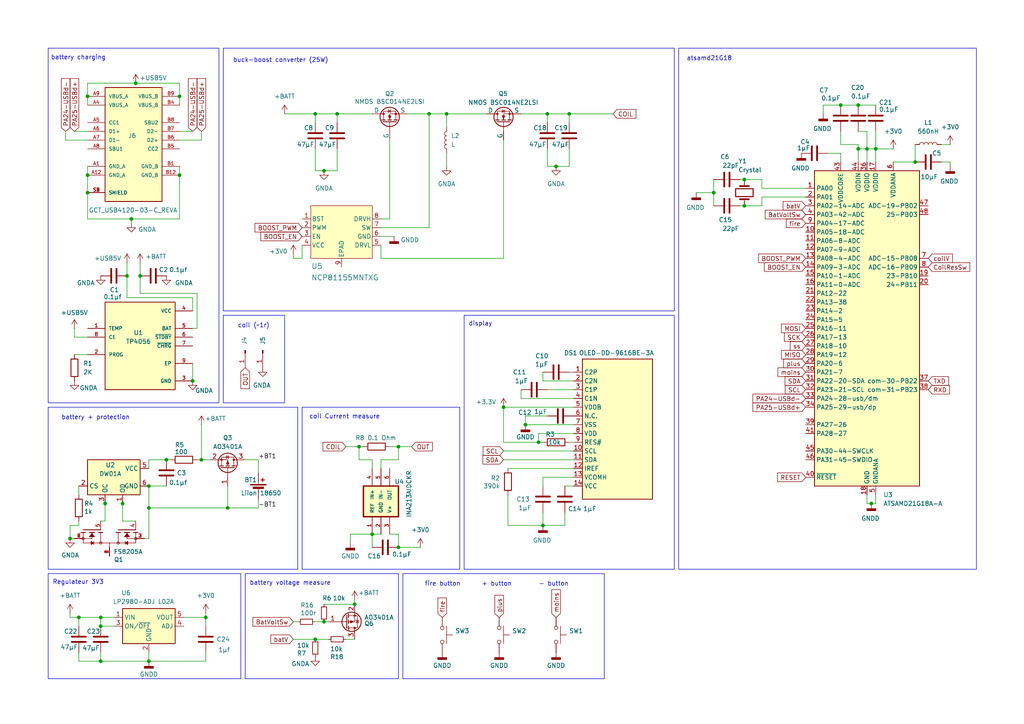
<source format=kicad_sch>
(kicad_sch
	(version 20231120)
	(generator "eeschema")
	(generator_version "8.0")
	(uuid "e79128ee-212b-4442-a43f-c163c43b8a09")
	(paper "A4")
	(title_block
		(title "VBox")
		(date "2024-12-24")
		(rev "0.4.0")
	)
	
	(junction
		(at 161.29 48.26)
		(diameter 0)
		(color 0 0 0 0)
		(uuid "05e1eef2-f249-4c17-b16d-ee9a3ceedc02")
	)
	(junction
		(at 104.14 129.54)
		(diameter 0)
		(color 0 0 0 0)
		(uuid "11d31c55-e0ed-4d1a-806e-8f622f218a99")
	)
	(junction
		(at 91.44 33.02)
		(diameter 0)
		(color 0 0 0 0)
		(uuid "1dd6c9f5-fcfe-4842-a093-6aefb69b2289")
	)
	(junction
		(at 40.64 80.01)
		(diameter 0)
		(color 0 0 0 0)
		(uuid "23504f13-80a2-4715-bef8-aa16c7b529df")
	)
	(junction
		(at 36.83 80.01)
		(diameter 0)
		(color 0 0 0 0)
		(uuid "25212f8e-a551-485c-9432-5ecf007d1aa6")
	)
	(junction
		(at 265.43 46.99)
		(diameter 0)
		(color 0 0 0 0)
		(uuid "28a7f15f-e8cb-47fa-9735-95b60f69a11e")
	)
	(junction
		(at 35.56 146.05)
		(diameter 0)
		(color 0 0 0 0)
		(uuid "2cb2d602-9b2d-47ce-89a2-9b3042d3e819")
	)
	(junction
		(at 157.48 152.4)
		(diameter 0)
		(color 0 0 0 0)
		(uuid "3ed9262b-7916-429c-b9b8-ac21505c77b4")
	)
	(junction
		(at 59.69 179.07)
		(diameter 0)
		(color 0 0 0 0)
		(uuid "3f7fdfc9-76d5-4610-8762-78d10c256954")
	)
	(junction
		(at 43.18 140.97)
		(diameter 0)
		(color 0 0 0 0)
		(uuid "40f166c1-6a8b-4ecc-8b51-eb5486a28fec")
	)
	(junction
		(at 156.21 128.27)
		(diameter 0)
		(color 0 0 0 0)
		(uuid "4217b900-d535-4734-a2ac-7b93230d661f")
	)
	(junction
		(at 52.07 50.8)
		(diameter 0)
		(color 0 0 0 0)
		(uuid "4376ad4b-535b-4d86-bb10-3b5d73595cab")
	)
	(junction
		(at 43.18 147.32)
		(diameter 0)
		(color 0 0 0 0)
		(uuid "43e76dff-8d19-45cc-8fb8-10a9d4ea79d1")
	)
	(junction
		(at 248.92 30.48)
		(diameter 0)
		(color 0 0 0 0)
		(uuid "493ef42d-3b1e-4d6c-b517-aa3ae5fb25c1")
	)
	(junction
		(at 43.18 191.77)
		(diameter 0)
		(color 0 0 0 0)
		(uuid "5a909b67-15e8-4ca7-b55d-15217a0dfc32")
	)
	(junction
		(at 146.05 118.11)
		(diameter 0)
		(color 0 0 0 0)
		(uuid "5e612b7d-95fe-4bd7-949f-a70b8fc4404d")
	)
	(junction
		(at 52.07 27.94)
		(diameter 0)
		(color 0 0 0 0)
		(uuid "623c6046-5d53-4de6-a469-f2d6de362753")
	)
	(junction
		(at 97.79 33.02)
		(diameter 0)
		(color 0 0 0 0)
		(uuid "649e7080-c94d-4103-bc9d-0651b34cd2c4")
	)
	(junction
		(at 124.46 33.02)
		(diameter 0)
		(color 0 0 0 0)
		(uuid "6513a76c-a6ed-4dce-910b-b61cc041a6b9")
	)
	(junction
		(at 215.9 52.07)
		(diameter 0)
		(color 0 0 0 0)
		(uuid "65fc6330-fe0c-4dec-8cfa-07ba958e8f0d")
	)
	(junction
		(at 107.95 154.94)
		(diameter 0)
		(color 0 0 0 0)
		(uuid "71cd767c-2d20-4db5-a648-c86a72f23a45")
	)
	(junction
		(at 91.44 185.42)
		(diameter 0)
		(color 0 0 0 0)
		(uuid "75265610-86bb-4700-b67b-5e02ae8dd6d4")
	)
	(junction
		(at 93.98 180.34)
		(diameter 0)
		(color 0 0 0 0)
		(uuid "82960cc0-8c37-450f-bbe4-b19f94f759f5")
	)
	(junction
		(at 30.48 146.05)
		(diameter 0)
		(color 0 0 0 0)
		(uuid "89b509f0-1dc2-4bdf-9dcc-5f6c87146a10")
	)
	(junction
		(at 254 43.18)
		(diameter 0)
		(color 0 0 0 0)
		(uuid "8fbfbb1d-c229-48ea-8a99-c591d40861c0")
	)
	(junction
		(at 129.54 33.02)
		(diameter 0)
		(color 0 0 0 0)
		(uuid "957b4413-50f6-4ae1-911c-88c78113ab42")
	)
	(junction
		(at 20.32 156.21)
		(diameter 0)
		(color 0 0 0 0)
		(uuid "a34ece46-2b51-48f3-a371-3d05e13266c7")
	)
	(junction
		(at 165.1 33.02)
		(diameter 0)
		(color 0 0 0 0)
		(uuid "a8d42e22-57a9-4305-9ede-b6e103016e93")
	)
	(junction
		(at 66.04 147.32)
		(diameter 0)
		(color 0 0 0 0)
		(uuid "a9332a55-2504-4f94-9635-4afb699a1420")
	)
	(junction
		(at 25.4 50.8)
		(diameter 0)
		(color 0 0 0 0)
		(uuid "ac2955c4-896a-40ac-9121-0a5dac7b44df")
	)
	(junction
		(at 93.98 49.53)
		(diameter 0)
		(color 0 0 0 0)
		(uuid "c1a276d6-c339-4518-abc6-3470ae72e455")
	)
	(junction
		(at 102.87 175.26)
		(diameter 0)
		(color 0 0 0 0)
		(uuid "ca3a5651-82ce-47df-b80d-2f9713fbc002")
	)
	(junction
		(at 48.26 133.35)
		(diameter 0)
		(color 0 0 0 0)
		(uuid "cc57f43e-bb39-44af-a9a0-88db0b9dc470")
	)
	(junction
		(at 158.75 33.02)
		(diameter 0)
		(color 0 0 0 0)
		(uuid "ce4be143-fd7c-4839-be13-f64101983fee")
	)
	(junction
		(at 115.57 158.75)
		(diameter 0)
		(color 0 0 0 0)
		(uuid "ce8e15bf-e572-4a94-b3a4-06318fb785f7")
	)
	(junction
		(at 29.21 179.07)
		(diameter 0)
		(color 0 0 0 0)
		(uuid "d1af5cbb-b34e-4969-8ed1-525b551a6761")
	)
	(junction
		(at 152.4 123.19)
		(diameter 0)
		(color 0 0 0 0)
		(uuid "d9a74cc9-fd9a-4645-b185-4b92801a9a38")
	)
	(junction
		(at 29.21 181.61)
		(diameter 0)
		(color 0 0 0 0)
		(uuid "dd0a4efe-9489-4c36-8783-c73f93f5584d")
	)
	(junction
		(at 207.01 55.88)
		(diameter 0)
		(color 0 0 0 0)
		(uuid "dd6d74a7-d191-403d-900d-98ea5afbf557")
	)
	(junction
		(at 25.4 27.94)
		(diameter 0)
		(color 0 0 0 0)
		(uuid "df4aff65-b7a6-4b06-a274-d0507daad822")
	)
	(junction
		(at 243.84 30.48)
		(diameter 0)
		(color 0 0 0 0)
		(uuid "df5d0cff-c28b-408a-86fc-f8cb5b38b2be")
	)
	(junction
		(at 29.21 191.77)
		(diameter 0)
		(color 0 0 0 0)
		(uuid "dfaad637-aaef-41d4-9c22-3d1d93d51535")
	)
	(junction
		(at 215.9 59.69)
		(diameter 0)
		(color 0 0 0 0)
		(uuid "e21ecfdc-20b7-42d1-9131-726bb411738e")
	)
	(junction
		(at 251.46 43.18)
		(diameter 0)
		(color 0 0 0 0)
		(uuid "e69e276e-6a11-412e-ae07-eb6b5b6008e3")
	)
	(junction
		(at 248.92 43.18)
		(diameter 0)
		(color 0 0 0 0)
		(uuid "e8ecf99e-f45c-4bbf-b51f-1f1b7eb9896b")
	)
	(junction
		(at 115.57 129.54)
		(diameter 0)
		(color 0 0 0 0)
		(uuid "eaf50829-3dd3-4f60-bafb-06a195573ba7")
	)
	(junction
		(at 55.88 110.49)
		(diameter 0)
		(color 0 0 0 0)
		(uuid "eff7a68a-7026-48de-bc34-3329900a0206")
	)
	(junction
		(at 22.86 179.07)
		(diameter 0)
		(color 0 0 0 0)
		(uuid "f0b113d7-4a47-41da-b7fe-6ec901e71f4b")
	)
	(junction
		(at 39.37 24.13)
		(diameter 0)
		(color 0 0 0 0)
		(uuid "f4b8a65a-764c-4642-ad47-2a593ed00e6c")
	)
	(junction
		(at 25.4 55.88)
		(diameter 0)
		(color 0 0 0 0)
		(uuid "f7dedbe3-c0ef-4193-884b-5354b0c7bee5")
	)
	(junction
		(at 252.73 146.05)
		(diameter 0)
		(color 0 0 0 0)
		(uuid "fa2509d9-e8ea-4ae8-8a12-f3bbefa7f2ad")
	)
	(junction
		(at 58.42 133.35)
		(diameter 0)
		(color 0 0 0 0)
		(uuid "fd303f27-1f51-4c62-947e-2c22d346bc82")
	)
	(junction
		(at 38.1 63.5)
		(diameter 0)
		(color 0 0 0 0)
		(uuid "fe6f264f-7f85-4c78-a7fc-9f637e942fed")
	)
	(wire
		(pts
			(xy 238.76 33.02) (xy 238.76 30.48)
		)
		(stroke
			(width 0)
			(type default)
		)
		(uuid "001c2bf2-5906-45fa-a51b-ceb9d597f272")
	)
	(wire
		(pts
			(xy 273.05 41.91) (xy 275.59 41.91)
		)
		(stroke
			(width 0)
			(type default)
		)
		(uuid "00e7f358-c298-4e98-8cb6-a9c0f3208779")
	)
	(wire
		(pts
			(xy 252.73 146.05) (xy 254 146.05)
		)
		(stroke
			(width 0)
			(type default)
		)
		(uuid "02eed805-e891-4997-a967-a16e4ce2f5bf")
	)
	(wire
		(pts
			(xy 110.49 74.93) (xy 146.05 74.93)
		)
		(stroke
			(width 0)
			(type default)
		)
		(uuid "04f84047-a295-42f9-94cf-5242198d46dc")
	)
	(wire
		(pts
			(xy 156.21 125.73) (xy 156.21 128.27)
		)
		(stroke
			(width 0)
			(type default)
		)
		(uuid "059d077b-37cf-42c5-ab1f-07845c2262af")
	)
	(wire
		(pts
			(xy 240.03 44.45) (xy 243.84 44.45)
		)
		(stroke
			(width 0)
			(type default)
		)
		(uuid "081c4f63-4b4d-4db5-ac4b-c03430064cb4")
	)
	(wire
		(pts
			(xy 59.69 177.8) (xy 59.69 179.07)
		)
		(stroke
			(width 0)
			(type default)
		)
		(uuid "095124e7-1e76-4980-a212-ab3cf63d7ebb")
	)
	(wire
		(pts
			(xy 215.9 52.07) (xy 220.98 52.07)
		)
		(stroke
			(width 0)
			(type default)
		)
		(uuid "09dd95d5-2327-4a2a-afb2-1bc7b43e11dc")
	)
	(wire
		(pts
			(xy 165.1 128.27) (xy 166.37 128.27)
		)
		(stroke
			(width 0)
			(type default)
		)
		(uuid "09f80b0d-7df1-4211-a7d3-bc19f8ca477b")
	)
	(wire
		(pts
			(xy 85.09 74.93) (xy 87.63 74.93)
		)
		(stroke
			(width 0)
			(type default)
		)
		(uuid "0a1c0c98-017c-4f03-956e-07d6b2f0475f")
	)
	(wire
		(pts
			(xy 30.48 144.78) (xy 30.48 146.05)
		)
		(stroke
			(width 0)
			(type default)
		)
		(uuid "0a28b023-c249-4c29-9195-dc899621eb0e")
	)
	(wire
		(pts
			(xy 57.15 95.25) (xy 55.88 95.25)
		)
		(stroke
			(width 0)
			(type default)
		)
		(uuid "0d2565ff-dbd2-4fee-a2fc-1af442afa4c4")
	)
	(wire
		(pts
			(xy 57.15 95.25) (xy 57.15 85.09)
		)
		(stroke
			(width 0)
			(type default)
		)
		(uuid "0e258064-ae6f-45b7-afc3-a11f21ac0895")
	)
	(wire
		(pts
			(xy 25.4 48.26) (xy 25.4 50.8)
		)
		(stroke
			(width 0)
			(type default)
		)
		(uuid "0e9bff64-9f13-4dfe-986e-7483cea776ca")
	)
	(wire
		(pts
			(xy 118.11 33.02) (xy 124.46 33.02)
		)
		(stroke
			(width 0)
			(type default)
		)
		(uuid "0eacda0d-fc8c-458d-b177-df4ec01b8bd2")
	)
	(wire
		(pts
			(xy 254 43.18) (xy 254 46.99)
		)
		(stroke
			(width 0)
			(type default)
		)
		(uuid "0fe0a0ee-faef-449b-ab10-e5795efffab7")
	)
	(wire
		(pts
			(xy 158.75 120.65) (xy 152.4 120.65)
		)
		(stroke
			(width 0)
			(type default)
		)
		(uuid "11377225-1192-4577-a11a-9ca23dce9978")
	)
	(wire
		(pts
			(xy 97.79 33.02) (xy 97.79 35.56)
		)
		(stroke
			(width 0)
			(type default)
		)
		(uuid "120d7255-e74f-4da6-8293-68f7b3f1b843")
	)
	(wire
		(pts
			(xy 93.98 175.26) (xy 102.87 175.26)
		)
		(stroke
			(width 0)
			(type default)
		)
		(uuid "123ef7c2-830b-44ce-9e0f-2ec10f68da7e")
	)
	(wire
		(pts
			(xy 110.49 63.5) (xy 113.03 63.5)
		)
		(stroke
			(width 0)
			(type default)
		)
		(uuid "145f1ae7-f835-495a-be88-70c704eff857")
	)
	(wire
		(pts
			(xy 43.18 147.32) (xy 43.18 156.21)
		)
		(stroke
			(width 0)
			(type default)
		)
		(uuid "152e71aa-215f-4833-95e5-51320d6abe4c")
	)
	(wire
		(pts
			(xy 166.37 110.49) (xy 157.48 110.49)
		)
		(stroke
			(width 0)
			(type default)
		)
		(uuid "1583726e-8ef6-4253-88c6-6869fabf56c8")
	)
	(wire
		(pts
			(xy 101.6 154.94) (xy 107.95 154.94)
		)
		(stroke
			(width 0)
			(type default)
		)
		(uuid "1fb551d1-67ee-4ad6-94eb-efe8264ed360")
	)
	(wire
		(pts
			(xy 214.63 59.69) (xy 215.9 59.69)
		)
		(stroke
			(width 0)
			(type default)
		)
		(uuid "206ea08f-7925-4572-9454-b9364904f29f")
	)
	(wire
		(pts
			(xy 215.9 59.69) (xy 220.98 59.69)
		)
		(stroke
			(width 0)
			(type default)
		)
		(uuid "2299b2bc-2b78-42de-9069-eb89126373cb")
	)
	(wire
		(pts
			(xy 151.13 33.02) (xy 158.75 33.02)
		)
		(stroke
			(width 0)
			(type default)
		)
		(uuid "2319cb21-4377-4ef7-9424-62f8de458334")
	)
	(wire
		(pts
			(xy 52.07 40.64) (xy 58.42 40.64)
		)
		(stroke
			(width 0)
			(type default)
		)
		(uuid "233d98bc-7434-40a9-a852-f159440b2bc1")
	)
	(wire
		(pts
			(xy 22.86 191.77) (xy 29.21 191.77)
		)
		(stroke
			(width 0)
			(type default)
		)
		(uuid "235153f4-815c-4d75-bc29-22af6a1ae574")
	)
	(wire
		(pts
			(xy 254 43.18) (xy 259.08 43.18)
		)
		(stroke
			(width 0)
			(type default)
		)
		(uuid "24b3a105-032e-46c6-843a-a8427d6f7f66")
	)
	(wire
		(pts
			(xy 158.75 33.02) (xy 165.1 33.02)
		)
		(stroke
			(width 0)
			(type default)
		)
		(uuid "2837f837-a9ad-41cb-922b-abe8763d05f3")
	)
	(wire
		(pts
			(xy 95.25 185.42) (xy 91.44 185.42)
		)
		(stroke
			(width 0)
			(type default)
		)
		(uuid "28812abf-ba58-4e65-b380-93b26f683b85")
	)
	(wire
		(pts
			(xy 115.57 129.54) (xy 119.38 129.54)
		)
		(stroke
			(width 0)
			(type default)
		)
		(uuid "28f08cff-a520-4e9b-a797-53f8c6ca61de")
	)
	(wire
		(pts
			(xy 19.05 38.1) (xy 19.05 40.64)
		)
		(stroke
			(width 0)
			(type default)
		)
		(uuid "29b2560f-f31a-4737-ba6b-0eb0ddbf2745")
	)
	(wire
		(pts
			(xy 115.57 158.75) (xy 121.92 158.75)
		)
		(stroke
			(width 0)
			(type default)
		)
		(uuid "2b1f1a9f-55c1-413e-a3d0-e96dc34d8ad5")
	)
	(wire
		(pts
			(xy 166.37 113.03) (xy 158.75 113.03)
		)
		(stroke
			(width 0)
			(type default)
		)
		(uuid "2cb62b69-e6a5-4953-9d3c-aa3a075cb925")
	)
	(wire
		(pts
			(xy 43.18 147.32) (xy 66.04 147.32)
		)
		(stroke
			(width 0)
			(type default)
		)
		(uuid "2cdcaef8-d603-4b28-870f-6290558e9f60")
	)
	(wire
		(pts
			(xy 58.42 40.64) (xy 58.42 38.1)
		)
		(stroke
			(width 0)
			(type default)
		)
		(uuid "2efaafd8-cd77-47e8-8c5b-898618074f24")
	)
	(wire
		(pts
			(xy 207.01 52.07) (xy 207.01 55.88)
		)
		(stroke
			(width 0)
			(type default)
		)
		(uuid "2f5d092a-ff5e-4bb5-8f77-0c5c3f32c70a")
	)
	(wire
		(pts
			(xy 21.59 97.79) (xy 25.4 97.79)
		)
		(stroke
			(width 0)
			(type default)
		)
		(uuid "2f8c859a-8b30-4843-b0b6-c5e8ba90f4b5")
	)
	(wire
		(pts
			(xy 146.05 130.81) (xy 166.37 130.81)
		)
		(stroke
			(width 0)
			(type default)
		)
		(uuid "311cf34a-d8df-4511-ae46-4d42f6c85240")
	)
	(wire
		(pts
			(xy 20.32 156.21) (xy 21.59 156.21)
		)
		(stroke
			(width 0)
			(type default)
		)
		(uuid "3167ec46-f722-4478-ac05-e998364cd6d0")
	)
	(wire
		(pts
			(xy 165.1 33.02) (xy 165.1 35.56)
		)
		(stroke
			(width 0)
			(type default)
		)
		(uuid "321323f5-0c5a-4d74-8a81-622b40cda43a")
	)
	(wire
		(pts
			(xy 163.83 152.4) (xy 157.48 152.4)
		)
		(stroke
			(width 0)
			(type default)
		)
		(uuid "32301d01-ff89-48f9-963e-beae9a5aa58d")
	)
	(wire
		(pts
			(xy 35.56 146.05) (xy 35.56 151.13)
		)
		(stroke
			(width 0)
			(type default)
		)
		(uuid "32888c70-d8bf-4f43-a273-840a7dc87032")
	)
	(wire
		(pts
			(xy 101.6 157.48) (xy 101.6 154.94)
		)
		(stroke
			(width 0)
			(type default)
		)
		(uuid "3463ae46-d00a-414e-90c1-b86d54a80242")
	)
	(wire
		(pts
			(xy 60.96 133.35) (xy 58.42 133.35)
		)
		(stroke
			(width 0)
			(type default)
		)
		(uuid "3522f34c-6487-49bf-ac51-7323b17345b2")
	)
	(wire
		(pts
			(xy 158.75 48.26) (xy 161.29 48.26)
		)
		(stroke
			(width 0)
			(type default)
		)
		(uuid "3640b1f2-2d44-4274-93b5-d1f4ea236623")
	)
	(wire
		(pts
			(xy 147.32 152.4) (xy 157.48 152.4)
		)
		(stroke
			(width 0)
			(type default)
		)
		(uuid "36f785d2-1575-495d-aba9-ca06f316ab56")
	)
	(wire
		(pts
			(xy 41.91 156.21) (xy 43.18 156.21)
		)
		(stroke
			(width 0)
			(type default)
		)
		(uuid "391027ba-8856-443e-9d95-57a090209cf3")
	)
	(wire
		(pts
			(xy 19.05 40.64) (xy 25.4 40.64)
		)
		(stroke
			(width 0)
			(type default)
		)
		(uuid "3a9653e4-41ee-4082-8f37-b24974550e3b")
	)
	(wire
		(pts
			(xy 163.83 148.59) (xy 163.83 152.4)
		)
		(stroke
			(width 0)
			(type default)
		)
		(uuid "3c673863-1be7-4da8-9d55-ed5ca9c0b2f3")
	)
	(wire
		(pts
			(xy 254 143.51) (xy 254 146.05)
		)
		(stroke
			(width 0)
			(type default)
		)
		(uuid "3ce097d5-18c6-4608-a453-e0fce05cf9c0")
	)
	(wire
		(pts
			(xy 129.54 44.45) (xy 129.54 48.26)
		)
		(stroke
			(width 0)
			(type default)
		)
		(uuid "4126c2c3-b635-4e59-9072-bfcc8861e97d")
	)
	(wire
		(pts
			(xy 220.98 57.15) (xy 233.68 57.15)
		)
		(stroke
			(width 0)
			(type default)
		)
		(uuid "417dafaf-5036-4456-a10d-5733f5e20894")
	)
	(wire
		(pts
			(xy 43.18 140.97) (xy 43.18 147.32)
		)
		(stroke
			(width 0)
			(type default)
		)
		(uuid "4218893e-d419-4ffe-ad62-712dcd025ff7")
	)
	(wire
		(pts
			(xy 265.43 46.99) (xy 265.43 41.91)
		)
		(stroke
			(width 0)
			(type default)
		)
		(uuid "423a72f4-7332-4b04-9cdd-be019e28362e")
	)
	(wire
		(pts
			(xy 25.4 63.5) (xy 38.1 63.5)
		)
		(stroke
			(width 0)
			(type default)
		)
		(uuid "4290af65-d062-49b6-bd08-49995eae19e2")
	)
	(wire
		(pts
			(xy 248.92 43.18) (xy 248.92 46.99)
		)
		(stroke
			(width 0)
			(type default)
		)
		(uuid "44c795f6-f19c-456c-a2fd-e72e90135f22")
	)
	(wire
		(pts
			(xy 52.07 38.1) (xy 55.88 38.1)
		)
		(stroke
			(width 0)
			(type default)
		)
		(uuid "46a7930e-ff63-4b68-ae7c-6334c83cc38d")
	)
	(wire
		(pts
			(xy 20.32 177.8) (xy 20.32 179.07)
		)
		(stroke
			(width 0)
			(type default)
		)
		(uuid "46cb52a9-d512-4840-8784-2d952cda24e2")
	)
	(wire
		(pts
			(xy 165.1 107.95) (xy 166.37 107.95)
		)
		(stroke
			(width 0)
			(type default)
		)
		(uuid "4b0c2310-69ce-4f33-ba09-74e5d47845f2")
	)
	(wire
		(pts
			(xy 43.18 135.89) (xy 43.18 133.35)
		)
		(stroke
			(width 0)
			(type default)
		)
		(uuid "4b9104fc-d6d0-4d02-bf45-2760e05a9936")
	)
	(wire
		(pts
			(xy 207.01 59.69) (xy 207.01 55.88)
		)
		(stroke
			(width 0)
			(type default)
		)
		(uuid "4c2d8e40-a0dc-4745-86ea-d240c9420e7f")
	)
	(wire
		(pts
			(xy 124.46 66.04) (xy 124.46 33.02)
		)
		(stroke
			(width 0)
			(type default)
		)
		(uuid "4cbda4ad-47ac-4ef7-b5bc-35be6d1ca20e")
	)
	(wire
		(pts
			(xy 38.1 63.5) (xy 52.07 63.5)
		)
		(stroke
			(width 0)
			(type default)
		)
		(uuid "4d4f9638-3756-415b-aa11-73896555c214")
	)
	(wire
		(pts
			(xy 22.86 179.07) (xy 29.21 179.07)
		)
		(stroke
			(width 0)
			(type default)
		)
		(uuid "4ea2b50e-be48-48f7-bd9f-f503ab3eb6a9")
	)
	(wire
		(pts
			(xy 93.98 180.34) (xy 95.25 180.34)
		)
		(stroke
			(width 0)
			(type default)
		)
		(uuid "4f9b7c67-f631-40fd-a191-da5690f0f55a")
	)
	(wire
		(pts
			(xy 43.18 133.35) (xy 48.26 133.35)
		)
		(stroke
			(width 0)
			(type default)
		)
		(uuid "507581eb-367b-44b3-a5cb-cbf17268a41b")
	)
	(wire
		(pts
			(xy 220.98 59.69) (xy 220.98 57.15)
		)
		(stroke
			(width 0)
			(type default)
		)
		(uuid "512d4f9c-9dbc-401d-b937-d2b3774de403")
	)
	(wire
		(pts
			(xy 21.59 95.25) (xy 21.59 97.79)
		)
		(stroke
			(width 0)
			(type default)
		)
		(uuid "5358283d-5c06-46a4-bebc-4ef6be8bdf51")
	)
	(wire
		(pts
			(xy 251.46 38.1) (xy 251.46 43.18)
		)
		(stroke
			(width 0)
			(type default)
		)
		(uuid "563948bd-76a7-4bac-811f-d438845ed674")
	)
	(wire
		(pts
			(xy 107.95 133.35) (xy 104.14 133.35)
		)
		(stroke
			(width 0)
			(type default)
		)
		(uuid "580c23b7-3504-4b83-8916-0013109e04c4")
	)
	(wire
		(pts
			(xy 151.13 113.03) (xy 151.13 115.57)
		)
		(stroke
			(width 0)
			(type default)
		)
		(uuid "5a068dd7-1cff-4346-9101-649bb2162239")
	)
	(wire
		(pts
			(xy 254 38.1) (xy 254 43.18)
		)
		(stroke
			(width 0)
			(type default)
		)
		(uuid "5a7df095-19e9-4318-81ce-c92d76fea762")
	)
	(wire
		(pts
			(xy 43.18 140.97) (xy 48.26 140.97)
		)
		(stroke
			(width 0)
			(type default)
		)
		(uuid "5a96c07f-c099-4d57-ab78-8108721f3b21")
	)
	(wire
		(pts
			(xy 58.42 133.35) (xy 58.42 123.19)
		)
		(stroke
			(width 0)
			(type default)
		)
		(uuid "5abe0e43-0321-4927-a464-6e61efe86853")
	)
	(wire
		(pts
			(xy 251.46 146.05) (xy 251.46 143.51)
		)
		(stroke
			(width 0)
			(type default)
		)
		(uuid "5c22cb53-56f1-419c-b7ac-e36c6950177c")
	)
	(wire
		(pts
			(xy 243.84 41.91) (xy 248.92 41.91)
		)
		(stroke
			(width 0)
			(type default)
		)
		(uuid "5c2b52c2-dcac-464a-a137-e73644344e3a")
	)
	(wire
		(pts
			(xy 87.63 74.93) (xy 87.63 71.12)
		)
		(stroke
			(width 0)
			(type default)
		)
		(uuid "5d06f9ac-870a-412c-81c7-c3797b7bc0de")
	)
	(wire
		(pts
			(xy 35.56 144.78) (xy 35.56 146.05)
		)
		(stroke
			(width 0)
			(type default)
		)
		(uuid "5d32d9c8-78dc-45a5-84d4-ce327b9521da")
	)
	(wire
		(pts
			(xy 129.54 33.02) (xy 129.54 36.83)
		)
		(stroke
			(width 0)
			(type default)
		)
		(uuid "5e1eaefa-988d-4812-b2a1-6ff3c50a10ef")
	)
	(wire
		(pts
			(xy 115.57 133.35) (xy 115.57 129.54)
		)
		(stroke
			(width 0)
			(type default)
		)
		(uuid "5f5235bd-afb9-4347-948f-cf1d078d3662")
	)
	(wire
		(pts
			(xy 29.21 179.07) (xy 33.02 179.07)
		)
		(stroke
			(width 0)
			(type default)
		)
		(uuid "6029f87e-cb57-435f-a1fa-529fc98426a6")
	)
	(wire
		(pts
			(xy 20.32 179.07) (xy 22.86 179.07)
		)
		(stroke
			(width 0)
			(type default)
		)
		(uuid "6239e8bf-eb7e-4f13-9e47-dc19c9b1e829")
	)
	(wire
		(pts
			(xy 21.59 38.1) (xy 25.4 38.1)
		)
		(stroke
			(width 0)
			(type default)
		)
		(uuid "63399f57-bc27-48fe-a7f6-b1283ed1ad04")
	)
	(wire
		(pts
			(xy 22.86 152.4) (xy 20.32 152.4)
		)
		(stroke
			(width 0)
			(type default)
		)
		(uuid "6823a712-7d62-4652-a910-4ecb18fe1b6f")
	)
	(wire
		(pts
			(xy 110.49 135.89) (xy 110.49 133.35)
		)
		(stroke
			(width 0)
			(type default)
		)
		(uuid "69198a0f-b4e9-4f0e-a12b-84204a4b270f")
	)
	(wire
		(pts
			(xy 93.98 49.53) (xy 97.79 49.53)
		)
		(stroke
			(width 0)
			(type default)
		)
		(uuid "69824d26-55de-408d-b0a6-c62b4a8f4354")
	)
	(wire
		(pts
			(xy 57.15 133.35) (xy 58.42 133.35)
		)
		(stroke
			(width 0)
			(type default)
		)
		(uuid "69e8bee0-0ae5-4716-91d3-dc7ff4b23f8a")
	)
	(wire
		(pts
			(xy 29.21 191.77) (xy 43.18 191.77)
		)
		(stroke
			(width 0)
			(type default)
		)
		(uuid "6a2cdc7d-0966-4a54-a8d1-771be7fc4bfb")
	)
	(wire
		(pts
			(xy 74.93 137.16) (xy 74.93 133.35)
		)
		(stroke
			(width 0)
			(type default)
		)
		(uuid "6b39adab-86a5-4f34-8b36-3aa4ca9c2636")
	)
	(wire
		(pts
			(xy 238.76 30.48) (xy 243.84 30.48)
		)
		(stroke
			(width 0)
			(type default)
		)
		(uuid "6c384dcd-98b1-4a57-9b2f-f748a00b9372")
	)
	(wire
		(pts
			(xy 40.64 85.09) (xy 40.64 80.01)
		)
		(stroke
			(width 0)
			(type default)
		)
		(uuid "72de1630-a37d-42a2-af6e-112fe85d9e55")
	)
	(wire
		(pts
			(xy 102.87 173.99) (xy 102.87 175.26)
		)
		(stroke
			(width 0)
			(type default)
		)
		(uuid "73f9b6f2-18aa-4370-8805-e463b13d16c3")
	)
	(wire
		(pts
			(xy 100.33 129.54) (xy 104.14 129.54)
		)
		(stroke
			(width 0)
			(type default)
		)
		(uuid "748a7f68-aec8-4edd-805d-7f4aa27d6343")
	)
	(wire
		(pts
			(xy 85.09 180.34) (xy 86.36 180.34)
		)
		(stroke
			(width 0)
			(type default)
		)
		(uuid "74f31208-7e95-4a0e-9995-2165c7361acd")
	)
	(wire
		(pts
			(xy 243.84 44.45) (xy 243.84 46.99)
		)
		(stroke
			(width 0)
			(type default)
		)
		(uuid "75fe539f-82b4-4f68-a8f8-46c8c4b9a031")
	)
	(wire
		(pts
			(xy 248.92 41.91) (xy 248.92 43.18)
		)
		(stroke
			(width 0)
			(type default)
		)
		(uuid "778cafbb-8f63-477c-894d-40ee7ae006ee")
	)
	(wire
		(pts
			(xy 36.83 86.36) (xy 36.83 80.01)
		)
		(stroke
			(width 0)
			(type default)
		)
		(uuid "78f17253-1d2b-444e-bad5-bf7ebdc39753")
	)
	(wire
		(pts
			(xy 52.07 27.94) (xy 52.07 30.48)
		)
		(stroke
			(width 0)
			(type default)
		)
		(uuid "7a47b54f-a771-46d3-8dff-55dfd5f17b19")
	)
	(wire
		(pts
			(xy 104.14 133.35) (xy 104.14 129.54)
		)
		(stroke
			(width 0)
			(type default)
		)
		(uuid "7c59f7c5-0dea-4a76-9fca-35d52412b6c4")
	)
	(wire
		(pts
			(xy 243.84 30.48) (xy 248.92 30.48)
		)
		(stroke
			(width 0)
			(type default)
		)
		(uuid "7ed89645-2dc7-4f00-ab2e-e05e8444f924")
	)
	(wire
		(pts
			(xy 147.32 135.89) (xy 166.37 135.89)
		)
		(stroke
			(width 0)
			(type default)
		)
		(uuid "803ede38-9d19-4360-9da4-305d1900f3ca")
	)
	(wire
		(pts
			(xy 166.37 118.11) (xy 146.05 118.11)
		)
		(stroke
			(width 0)
			(type default)
		)
		(uuid "85b4d837-ede9-41a2-8b6b-be843669f01d")
	)
	(wire
		(pts
			(xy 129.54 33.02) (xy 140.97 33.02)
		)
		(stroke
			(width 0)
			(type default)
		)
		(uuid "866a603e-7e55-4593-84e1-b2aa1ecb352a")
	)
	(wire
		(pts
			(xy 146.05 118.11) (xy 146.05 128.27)
		)
		(stroke
			(width 0)
			(type default)
		)
		(uuid "870b3c73-176b-4954-99bf-e4a3f4d86f5b")
	)
	(wire
		(pts
			(xy 248.92 43.18) (xy 251.46 43.18)
		)
		(stroke
			(width 0)
			(type default)
		)
		(uuid "8987cf81-815d-4e6e-a98d-0ce8a727e55f")
	)
	(wire
		(pts
			(xy 55.88 86.36) (xy 36.83 86.36)
		)
		(stroke
			(width 0)
			(type default)
		)
		(uuid "8a69fa63-9b01-4512-9633-60770ffd6532")
	)
	(wire
		(pts
			(xy 33.02 181.61) (xy 29.21 181.61)
		)
		(stroke
			(width 0)
			(type default)
		)
		(uuid "8a93474d-31a0-4b4e-8261-b73c823a8f97")
	)
	(wire
		(pts
			(xy 25.4 27.94) (xy 25.4 24.13)
		)
		(stroke
			(width 0)
			(type default)
		)
		(uuid "8bd024b4-17f5-4dd4-8ff4-dadfc27863e3")
	)
	(wire
		(pts
			(xy 220.98 52.07) (xy 220.98 54.61)
		)
		(stroke
			(width 0)
			(type default)
		)
		(uuid "8ccdf24d-7ba4-40aa-a4e9-43de31342d8b")
	)
	(wire
		(pts
			(xy 110.49 74.93) (xy 110.49 71.12)
		)
		(stroke
			(width 0)
			(type default)
		)
		(uuid "8fb45a88-18b0-409c-9458-674a454b6cda")
	)
	(wire
		(pts
			(xy 165.1 33.02) (xy 177.8 33.02)
		)
		(stroke
			(width 0)
			(type default)
		)
		(uuid "9009a312-efb3-4cbf-a1cc-0854ce6c7157")
	)
	(wire
		(pts
			(xy 22.86 152.4) (xy 22.86 151.13)
		)
		(stroke
			(width 0)
			(type default)
		)
		(uuid "902cf45b-b13e-44e3-bd4c-307adef06bc1")
	)
	(wire
		(pts
			(xy 55.88 90.17) (xy 55.88 86.36)
		)
		(stroke
			(width 0)
			(type default)
		)
		(uuid "9058f39b-d13c-4c72-80e5-f5a68a2cc134")
	)
	(wire
		(pts
			(xy 157.48 110.49) (xy 157.48 107.95)
		)
		(stroke
			(width 0)
			(type default)
		)
		(uuid "919ce4dd-0292-41c6-9d22-55c2c409f123")
	)
	(wire
		(pts
			(xy 251.46 43.18) (xy 254 43.18)
		)
		(stroke
			(width 0)
			(type default)
		)
		(uuid "92242dbb-018f-436f-9286-d16875ff5529")
	)
	(wire
		(pts
			(xy 146.05 74.93) (xy 146.05 40.64)
		)
		(stroke
			(width 0)
			(type default)
		)
		(uuid "93451dcd-d8c5-4116-9ce0-6c0168d80187")
	)
	(wire
		(pts
			(xy 91.44 49.53) (xy 93.98 49.53)
		)
		(stroke
			(width 0)
			(type default)
		)
		(uuid "93a16613-3131-45f5-b684-0b2a19b1ba10")
	)
	(wire
		(pts
			(xy 251.46 146.05) (xy 252.73 146.05)
		)
		(stroke
			(width 0)
			(type default)
		)
		(uuid "9ce49e65-59d0-4c54-a8a0-220beeb2c857")
	)
	(wire
		(pts
			(xy 25.4 50.8) (xy 25.4 55.88)
		)
		(stroke
			(width 0)
			(type default)
		)
		(uuid "9d2442c1-4311-4bba-bd5e-52dce7c9e373")
	)
	(wire
		(pts
			(xy 36.83 76.2) (xy 36.83 80.01)
		)
		(stroke
			(width 0)
			(type default)
		)
		(uuid "9e310c8a-0642-4073-aa6d-813d716cd45b")
	)
	(wire
		(pts
			(xy 22.86 189.23) (xy 22.86 191.77)
		)
		(stroke
			(width 0)
			(type default)
		)
		(uuid "a050bfec-e27f-45e7-a4f1-68607f56a6dd")
	)
	(wire
		(pts
			(xy 25.4 24.13) (xy 39.37 24.13)
		)
		(stroke
			(width 0)
			(type default)
		)
		(uuid "a0befb26-54e0-44ac-9981-9ceb80c24797")
	)
	(wire
		(pts
			(xy 22.86 181.61) (xy 22.86 179.07)
		)
		(stroke
			(width 0)
			(type default)
		)
		(uuid "a1a80fab-2863-4352-a28e-c5c65296fa4c")
	)
	(wire
		(pts
			(xy 157.48 148.59) (xy 157.48 152.4)
		)
		(stroke
			(width 0)
			(type default)
		)
		(uuid "a1f6f22b-5637-4545-9a7f-a6cd1fc4d930")
	)
	(wire
		(pts
			(xy 30.48 151.13) (xy 29.21 151.13)
		)
		(stroke
			(width 0)
			(type default)
		)
		(uuid "a20b69e8-d433-475d-a812-0cd1482305f5")
	)
	(wire
		(pts
			(xy 52.07 27.94) (xy 52.07 24.13)
		)
		(stroke
			(width 0)
			(type default)
		)
		(uuid "a4280065-695e-4fd1-8c92-c5439ee5d7a5")
	)
	(wire
		(pts
			(xy 251.46 43.18) (xy 251.46 46.99)
		)
		(stroke
			(width 0)
			(type default)
		)
		(uuid "a4cb355e-98d8-43a9-9822-045e0f5d5d1b")
	)
	(wire
		(pts
			(xy 100.33 185.42) (xy 102.87 185.42)
		)
		(stroke
			(width 0)
			(type default)
		)
		(uuid "a661dbe9-4d41-4fa2-a0cf-4d2bf964ac60")
	)
	(wire
		(pts
			(xy 152.4 120.65) (xy 152.4 123.19)
		)
		(stroke
			(width 0)
			(type default)
		)
		(uuid "a6e28197-eacd-4f41-8242-aa9aafc2e4c4")
	)
	(wire
		(pts
			(xy 157.48 138.43) (xy 157.48 140.97)
		)
		(stroke
			(width 0)
			(type default)
		)
		(uuid "a6e5a03c-0a59-4a4f-bb74-a797aa0e3866")
	)
	(wire
		(pts
			(xy 29.21 189.23) (xy 29.21 191.77)
		)
		(stroke
			(width 0)
			(type default)
		)
		(uuid "a7012ae6-f508-45db-94f2-18430ec091de")
	)
	(wire
		(pts
			(xy 66.04 140.97) (xy 66.04 147.32)
		)
		(stroke
			(width 0)
			(type default)
		)
		(uuid "a8dac2c3-f7c9-4861-a13a-663e95da4948")
	)
	(wire
		(pts
			(xy 59.69 179.07) (xy 53.34 179.07)
		)
		(stroke
			(width 0)
			(type default)
		)
		(uuid "a9603d0a-3fb3-470f-b928-5042ccc5a66a")
	)
	(wire
		(pts
			(xy 165.1 43.18) (xy 165.1 48.26)
		)
		(stroke
			(width 0)
			(type default)
		)
		(uuid "a9a29a01-7388-4337-9fb2-afc7351009b0")
	)
	(wire
		(pts
			(xy 158.75 43.18) (xy 158.75 48.26)
		)
		(stroke
			(width 0)
			(type default)
		)
		(uuid "aa111f92-7096-4c40-9b88-eaf11d91eaae")
	)
	(wire
		(pts
			(xy 104.14 129.54) (xy 105.41 129.54)
		)
		(stroke
			(width 0)
			(type default)
		)
		(uuid "aac4d0a8-95a9-4e94-8c72-54570285c10d")
	)
	(wire
		(pts
			(xy 43.18 189.23) (xy 43.18 191.77)
		)
		(stroke
			(width 0)
			(type default)
		)
		(uuid "abcb14c4-b493-483d-8b71-d8715b8b6a0c")
	)
	(wire
		(pts
			(xy 166.37 138.43) (xy 157.48 138.43)
		)
		(stroke
			(width 0)
			(type default)
		)
		(uuid "ace68dec-040e-43dc-94c1-61b7348cadaa")
	)
	(wire
		(pts
			(xy 82.55 33.02) (xy 91.44 33.02)
		)
		(stroke
			(width 0)
			(type default)
		)
		(uuid "af2a6a48-a0d9-45a1-950a-fa4e2e0df45d")
	)
	(wire
		(pts
			(xy 66.04 147.32) (xy 74.93 147.32)
		)
		(stroke
			(width 0)
			(type default)
		)
		(uuid "af5628b0-21a9-4466-a3de-6d72d0a37ecc")
	)
	(wire
		(pts
			(xy 74.93 144.78) (xy 74.93 147.32)
		)
		(stroke
			(width 0)
			(type default)
		)
		(uuid "b0d7e412-a508-4273-a8e5-b1bc2dccf00a")
	)
	(wire
		(pts
			(xy 124.46 33.02) (xy 129.54 33.02)
		)
		(stroke
			(width 0)
			(type default)
		)
		(uuid "b1fcaa07-5fad-4bbc-989d-02144cac09a0")
	)
	(wire
		(pts
			(xy 107.95 154.94) (xy 110.49 154.94)
		)
		(stroke
			(width 0)
			(type default)
		)
		(uuid "b26b6b1a-c011-4361-8922-df41bc0c5e0c")
	)
	(wire
		(pts
			(xy 151.13 115.57) (xy 166.37 115.57)
		)
		(stroke
			(width 0)
			(type default)
		)
		(uuid "b352bac4-bfcc-43f9-ac95-46eb71868093")
	)
	(wire
		(pts
			(xy 71.12 133.35) (xy 74.93 133.35)
		)
		(stroke
			(width 0)
			(type default)
		)
		(uuid "b4989321-c391-4669-8567-0d142c3c7afd")
	)
	(wire
		(pts
			(xy 110.49 133.35) (xy 115.57 133.35)
		)
		(stroke
			(width 0)
			(type default)
		)
		(uuid "b6e2c1cf-a2f0-4250-86f7-93fde758e1b3")
	)
	(wire
		(pts
			(xy 146.05 128.27) (xy 156.21 128.27)
		)
		(stroke
			(width 0)
			(type default)
		)
		(uuid "b7671b70-5193-4e82-ab2f-4a141b9d6c57")
	)
	(wire
		(pts
			(xy 220.98 54.61) (xy 233.68 54.61)
		)
		(stroke
			(width 0)
			(type default)
		)
		(uuid "b7c9d073-5626-4fc9-ad0b-499e92d4a472")
	)
	(wire
		(pts
			(xy 20.32 152.4) (xy 20.32 156.21)
		)
		(stroke
			(width 0)
			(type default)
		)
		(uuid "b9803d74-78d2-4049-935e-89bd068d78b8")
	)
	(wire
		(pts
			(xy 115.57 154.94) (xy 115.57 158.75)
		)
		(stroke
			(width 0)
			(type default)
		)
		(uuid "bac1d808-adff-4253-b3ba-310223dfe328")
	)
	(wire
		(pts
			(xy 22.86 140.97) (xy 22.86 143.51)
		)
		(stroke
			(width 0)
			(type default)
		)
		(uuid "bc36a65e-af7f-4f86-971a-fced82fcc346")
	)
	(wire
		(pts
			(xy 243.84 41.91) (xy 243.84 38.1)
		)
		(stroke
			(width 0)
			(type default)
		)
		(uuid "bd577085-fcff-4e2a-9e72-bb017b170f09")
	)
	(wire
		(pts
			(xy 59.69 179.07) (xy 59.69 181.61)
		)
		(stroke
			(width 0)
			(type default)
		)
		(uuid "bd987b92-0aae-4b1f-9bbc-71369ce7abf2")
	)
	(wire
		(pts
			(xy 40.64 76.2) (xy 40.64 80.01)
		)
		(stroke
			(width 0)
			(type default)
		)
		(uuid "c0a58d72-19b2-4a3a-ae66-234ce5d65b39")
	)
	(wire
		(pts
			(xy 273.05 46.99) (xy 275.59 46.99)
		)
		(stroke
			(width 0)
			(type default)
		)
		(uuid "c0e1bdf0-6030-442f-9ce5-6911939e6709")
	)
	(wire
		(pts
			(xy 97.79 43.18) (xy 97.79 49.53)
		)
		(stroke
			(width 0)
			(type default)
		)
		(uuid "c33dbb24-778b-4957-8242-19703c8ec44c")
	)
	(wire
		(pts
			(xy 146.05 133.35) (xy 166.37 133.35)
		)
		(stroke
			(width 0)
			(type default)
		)
		(uuid "c3a93bbf-8b41-42ed-98ee-826ff1af8c11")
	)
	(wire
		(pts
			(xy 25.4 30.48) (xy 25.4 27.94)
		)
		(stroke
			(width 0)
			(type default)
		)
		(uuid "c45fc15b-371d-4cec-930c-3123ddb66d5e")
	)
	(wire
		(pts
			(xy 91.44 185.42) (xy 85.09 185.42)
		)
		(stroke
			(width 0)
			(type default)
		)
		(uuid "c47ed1ed-1bbc-40bf-a433-239de4bda06b")
	)
	(wire
		(pts
			(xy 91.44 33.02) (xy 97.79 33.02)
		)
		(stroke
			(width 0)
			(type default)
		)
		(uuid "c62f5ada-5dad-4232-bbb7-cd4c12f4f8f0")
	)
	(wire
		(pts
			(xy 30.48 146.05) (xy 30.48 151.13)
		)
		(stroke
			(width 0)
			(type default)
		)
		(uuid "c6f0a6e4-1a9d-4b50-82ee-72a8e7177fca")
	)
	(wire
		(pts
			(xy 163.83 140.97) (xy 166.37 140.97)
		)
		(stroke
			(width 0)
			(type default)
		)
		(uuid "c88b8da0-884f-4780-aed2-e03e9939932f")
	)
	(wire
		(pts
			(xy 156.21 128.27) (xy 157.48 128.27)
		)
		(stroke
			(width 0)
			(type default)
		)
		(uuid "c971b6cb-a311-4ddb-a3b1-6cbd1e89d0e2")
	)
	(wire
		(pts
			(xy 29.21 179.07) (xy 29.21 181.61)
		)
		(stroke
			(width 0)
			(type default)
		)
		(uuid "cb705caf-dff1-4509-a372-ff249e3c4845")
	)
	(wire
		(pts
			(xy 147.32 143.51) (xy 147.32 152.4)
		)
		(stroke
			(width 0)
			(type default)
		)
		(uuid "cddba7f0-d7f2-4b8c-88cf-146da24192a5")
	)
	(wire
		(pts
			(xy 107.95 133.35) (xy 107.95 135.89)
		)
		(stroke
			(width 0)
			(type default)
		)
		(uuid "ce71a42c-8f17-4655-8d8d-4c67c2250916")
	)
	(wire
		(pts
			(xy 161.29 48.26) (xy 165.1 48.26)
		)
		(stroke
			(width 0)
			(type default)
		)
		(uuid "cef0cd35-749b-4eb0-a92c-3cfff149e3b4")
	)
	(wire
		(pts
			(xy 25.4 102.87) (xy 21.59 102.87)
		)
		(stroke
			(width 0)
			(type default)
		)
		(uuid "d15a4deb-d980-4d86-9ec0-5bae7744c017")
	)
	(wire
		(pts
			(xy 259.08 46.99) (xy 265.43 46.99)
		)
		(stroke
			(width 0)
			(type default)
		)
		(uuid "d32d52dc-b425-4862-8d0b-b68713b51019")
	)
	(wire
		(pts
			(xy 110.49 66.04) (xy 124.46 66.04)
		)
		(stroke
			(width 0)
			(type default)
		)
		(uuid "d4adcfb4-31a3-4eec-9e73-4e2f9543bda5")
	)
	(wire
		(pts
			(xy 43.18 191.77) (xy 59.69 191.77)
		)
		(stroke
			(width 0)
			(type default)
		)
		(uuid "d6306884-a1db-4cfd-aa47-39f4ac532846")
	)
	(wire
		(pts
			(xy 91.44 43.18) (xy 91.44 49.53)
		)
		(stroke
			(width 0)
			(type default)
		)
		(uuid "d63f5310-1496-4c00-a5fd-83794759a4b7")
	)
	(wire
		(pts
			(xy 115.57 154.94) (xy 113.03 154.94)
		)
		(stroke
			(width 0)
			(type default)
		)
		(uuid "d7bcdcbe-7084-447c-a8f1-2416bdf3ce36")
	)
	(wire
		(pts
			(xy 48.26 133.35) (xy 49.53 133.35)
		)
		(stroke
			(width 0)
			(type default)
		)
		(uuid "d8a0b507-701b-4230-a1af-86a1849847bd")
	)
	(wire
		(pts
			(xy 39.37 24.13) (xy 52.07 24.13)
		)
		(stroke
			(width 0)
			(type default)
		)
		(uuid "d9d7692f-c742-4458-ac63-ef780f79e783")
	)
	(wire
		(pts
			(xy 113.03 63.5) (xy 113.03 40.64)
		)
		(stroke
			(width 0)
			(type default)
		)
		(uuid "da8ec49e-2e7e-4157-99d9-bb5291823735")
	)
	(wire
		(pts
			(xy 248.92 38.1) (xy 251.46 38.1)
		)
		(stroke
			(width 0)
			(type default)
		)
		(uuid "dc962509-2530-474a-88c1-e025fe7d84d0")
	)
	(wire
		(pts
			(xy 59.69 189.23) (xy 59.69 191.77)
		)
		(stroke
			(width 0)
			(type default)
		)
		(uuid "dc9c274f-f3c2-41a2-a0ad-430f17646eaa")
	)
	(wire
		(pts
			(xy 97.79 33.02) (xy 107.95 33.02)
		)
		(stroke
			(width 0)
			(type default)
		)
		(uuid "ddee8ba0-02f0-4aab-9003-7dcfc92920de")
	)
	(wire
		(pts
			(xy 152.4 123.19) (xy 166.37 123.19)
		)
		(stroke
			(width 0)
			(type default)
		)
		(uuid "deff7a0c-f4d1-40b3-993a-6a01680c5bfa")
	)
	(wire
		(pts
			(xy 110.49 68.58) (xy 114.3 68.58)
		)
		(stroke
			(width 0)
			(type default)
		)
		(uuid "e089b1bc-a725-4408-ab85-740aee2ccd2a")
	)
	(wire
		(pts
			(xy 38.1 64.77) (xy 38.1 63.5)
		)
		(stroke
			(width 0)
			(type default)
		)
		(uuid "e141b9b3-ba36-4a4e-be87-6e458281ca73")
	)
	(wire
		(pts
			(xy 85.09 74.93) (xy 85.09 73.66)
		)
		(stroke
			(width 0)
			(type default)
		)
		(uuid "e15d5d3b-a03e-4ff0-a7f5-9eab0f8afd7f")
	)
	(wire
		(pts
			(xy 248.92 30.48) (xy 254 30.48)
		)
		(stroke
			(width 0)
			(type default)
		)
		(uuid "e412fb2b-2abe-4a14-ad74-656199a13e43")
	)
	(wire
		(pts
			(xy 107.95 154.94) (xy 107.95 158.75)
		)
		(stroke
			(width 0)
			(type default)
		)
		(uuid "e51b8ffd-495d-439f-af1a-c103c138b518")
	)
	(wire
		(pts
			(xy 207.01 55.88) (xy 201.93 55.88)
		)
		(stroke
			(width 0)
			(type default)
		)
		(uuid "e99093d1-3c1f-4723-8837-b4eaddffc523")
	)
	(wire
		(pts
			(xy 35.56 151.13) (xy 39.37 151.13)
		)
		(stroke
			(width 0)
			(type default)
		)
		(uuid "eb645478-4301-4d23-bf30-33dc61cb4440")
	)
	(wire
		(pts
			(xy 91.44 180.34) (xy 93.98 180.34)
		)
		(stroke
			(width 0)
			(type default)
		)
		(uuid "ec2b1f9f-be90-40c4-81e3-8e14a881be77")
	)
	(wire
		(pts
			(xy 55.88 105.41) (xy 55.88 110.49)
		)
		(stroke
			(width 0)
			(type default)
		)
		(uuid "ee394567-dcc0-4a72-a255-8a0582506be4")
	)
	(wire
		(pts
			(xy 52.07 50.8) (xy 52.07 63.5)
		)
		(stroke
			(width 0)
			(type default)
		)
		(uuid "ee710530-c1d3-494f-a6ea-6a2786f66bbd")
	)
	(wire
		(pts
			(xy 158.75 33.02) (xy 158.75 35.56)
		)
		(stroke
			(width 0)
			(type default)
		)
		(uuid "efc6cd9f-4415-4d7a-a3ab-812e9c691415")
	)
	(wire
		(pts
			(xy 275.59 46.99) (xy 275.59 48.26)
		)
		(stroke
			(width 0)
			(type default)
		)
		(uuid "f16c0f01-568f-4515-aea1-b7ef604f5ed8")
	)
	(wire
		(pts
			(xy 91.44 33.02) (xy 91.44 35.56)
		)
		(stroke
			(width 0)
			(type default)
		)
		(uuid "f3dfe041-94c6-4ee1-b59a-6d970677b5d7")
	)
	(wire
		(pts
			(xy 57.15 85.09) (xy 40.64 85.09)
		)
		(stroke
			(width 0)
			(type default)
		)
		(uuid "f888fe03-954e-4271-b34a-df5b1b38dd13")
	)
	(wire
		(pts
			(xy 25.4 55.88) (xy 25.4 63.5)
		)
		(stroke
			(width 0)
			(type default)
		)
		(uuid "f89d1ea0-f0ac-444f-91f9-30d5c30c49c7")
	)
	(wire
		(pts
			(xy 166.37 125.73) (xy 156.21 125.73)
		)
		(stroke
			(width 0)
			(type default)
		)
		(uuid "f8d20ee8-1fa4-4ea6-b52e-f0be6681828a")
	)
	(wire
		(pts
			(xy 52.07 48.26) (xy 52.07 50.8)
		)
		(stroke
			(width 0)
			(type default)
		)
		(uuid "fcec697c-650a-44e1-8761-221864bb6322")
	)
	(wire
		(pts
			(xy 214.63 52.07) (xy 215.9 52.07)
		)
		(stroke
			(width 0)
			(type default)
		)
		(uuid "fdd147ef-64cb-4045-b5ea-7a63a3744c5b")
	)
	(wire
		(pts
			(xy 113.03 129.54) (xy 115.57 129.54)
		)
		(stroke
			(width 0)
			(type default)
		)
		(uuid "fee15800-ad41-44b6-81ba-3f31840dd0a7")
	)
	(rectangle
		(start 13.97 166.37)
		(end 69.85 196.85)
		(stroke
			(width 0)
			(type default)
		)
		(fill
			(type none)
		)
		(uuid 3c8fd542-b87a-4687-8abc-5f710b887071)
	)
	(rectangle
		(start 196.85 13.97)
		(end 283.21 165.1)
		(stroke
			(width 0)
			(type default)
		)
		(fill
			(type none)
		)
		(uuid 52ec4682-ce9e-40c7-ac28-c00cd4bd12f5)
	)
	(rectangle
		(start 13.97 118.11)
		(end 86.36 165.1)
		(stroke
			(width 0)
			(type default)
		)
		(fill
			(type none)
		)
		(uuid 53c2afa1-91f1-4b46-a877-1e1e08a290e9)
	)
	(rectangle
		(start 64.77 91.44)
		(end 82.55 116.84)
		(stroke
			(width 0)
			(type default)
		)
		(fill
			(type none)
		)
		(uuid 7789fb5b-b898-43d3-ad98-32c83ef6e69a)
	)
	(rectangle
		(start 87.63 118.11)
		(end 133.35 165.1)
		(stroke
			(width 0)
			(type default)
		)
		(fill
			(type none)
		)
		(uuid 7ad8e7a2-05e9-40ca-8e6e-aca81f88b916)
	)
	(rectangle
		(start 64.77 13.97)
		(end 195.58 90.17)
		(stroke
			(width 0)
			(type default)
		)
		(fill
			(type none)
		)
		(uuid bd546549-60d2-47ea-a7a6-37c0c3ba8b17)
	)
	(rectangle
		(start 116.84 166.37)
		(end 175.26 196.85)
		(stroke
			(width 0)
			(type default)
		)
		(fill
			(type none)
		)
		(uuid bf9d151d-ddfd-4e94-b48b-0dbbf23f5e42)
	)
	(rectangle
		(start 13.97 13.97)
		(end 63.5 116.84)
		(stroke
			(width 0)
			(type default)
		)
		(fill
			(type none)
		)
		(uuid ddbcd845-0740-4a1f-897c-34b5d3f1f33a)
	)
	(rectangle
		(start 71.12 166.37)
		(end 115.57 196.85)
		(stroke
			(width 0)
			(type default)
		)
		(fill
			(type none)
		)
		(uuid e4f3152f-2dfd-4ec0-9cd5-d36ea11de642)
	)
	(rectangle
		(start 134.62 91.44)
		(end 195.58 165.1)
		(stroke
			(width 0)
			(type default)
		)
		(fill
			(type none)
		)
		(uuid ecf3cacd-298b-4309-b0b7-32a8e2a2ec20)
	)
	(text "coil Current measure"
		(exclude_from_sim no)
		(at 89.662 121.666 0)
		(effects
			(font
				(size 1.27 1.27)
			)
			(justify left bottom)
		)
		(uuid "087e89e2-f1c1-4e8c-8804-ec4c25cdf7e4")
	)
	(text "coil (~1r)"
		(exclude_from_sim no)
		(at 78.232 95.25 0)
		(effects
			(font
				(size 1.27 1.27)
			)
			(justify right bottom)
		)
		(uuid "1bbdd0ed-f075-44a4-94d9-d9335a0fbf4e")
	)
	(text "Regulateur 3V3"
		(exclude_from_sim no)
		(at 15.24 169.672 0)
		(effects
			(font
				(size 1.27 1.27)
			)
			(justify left bottom)
		)
		(uuid "1fbc388c-0b7e-470b-8913-b54c139d8d53")
	)
	(text "buck-boost converter (25W)"
		(exclude_from_sim no)
		(at 67.564 18.288 0)
		(effects
			(font
				(size 1.27 1.27)
			)
			(justify left bottom)
		)
		(uuid "30ebd7dc-898c-4e3e-991d-4b09e8e6221d")
	)
	(text "battery voltage measure"
		(exclude_from_sim no)
		(at 72.39 169.926 0)
		(effects
			(font
				(size 1.27 1.27)
			)
			(justify left bottom)
		)
		(uuid "4f1a4259-6989-4f6c-86e1-f5210bec2f7c")
	)
	(text "+ button"
		(exclude_from_sim no)
		(at 139.7 170.18 0)
		(effects
			(font
				(size 1.27 1.27)
			)
			(justify left bottom)
		)
		(uuid "9bc770c7-95a5-4534-847b-a292de76738c")
	)
	(text "battery + protection"
		(exclude_from_sim no)
		(at 17.78 121.92 0)
		(effects
			(font
				(size 1.27 1.27)
			)
			(justify left bottom)
		)
		(uuid "cf6707f9-fc15-4533-a619-b96229307976")
	)
	(text "battery charging"
		(exclude_from_sim no)
		(at 14.732 17.526 0)
		(effects
			(font
				(size 1.27 1.27)
			)
			(justify left bottom)
		)
		(uuid "d2960c67-27bf-4777-950c-aaa700e526c6")
	)
	(text "- button"
		(exclude_from_sim no)
		(at 156.21 170.18 0)
		(effects
			(font
				(size 1.27 1.27)
			)
			(justify left bottom)
		)
		(uuid "d2df5bb6-ec44-4284-80aa-41c931590d5b")
	)
	(text "atsamd21G18"
		(exclude_from_sim no)
		(at 199.136 17.78 0)
		(effects
			(font
				(size 1.27 1.27)
			)
			(justify left bottom)
		)
		(uuid "dd5673ef-a816-4125-92b5-fde51478b588")
	)
	(text "fire button"
		(exclude_from_sim no)
		(at 123.19 170.18 0)
		(effects
			(font
				(size 1.27 1.27)
			)
			(justify left bottom)
		)
		(uuid "e2f9afad-e9d9-4776-99cb-98a849449aac")
	)
	(text "display"
		(exclude_from_sim no)
		(at 135.89 94.742 0)
		(effects
			(font
				(size 1.27 1.27)
			)
			(justify left bottom)
		)
		(uuid "e317e77d-45b9-4fb2-9bab-aeacbfc8aa93")
	)
	(label "-BT1"
		(at 74.93 147.32 0)
		(effects
			(font
				(size 1.27 1.27)
			)
			(justify left bottom)
		)
		(uuid "198fbeda-5b51-4901-90fb-8d47f106eae9")
	)
	(label "+BT1"
		(at 74.93 133.35 0)
		(effects
			(font
				(size 1.27 1.27)
			)
			(justify left bottom)
		)
		(uuid "df262f70-44cb-4143-b5c7-34fa2e96f7e1")
	)
	(global_label "moins"
		(shape input)
		(at 161.29 179.07 90)
		(fields_autoplaced yes)
		(effects
			(font
				(size 1.27 1.27)
			)
			(justify left)
		)
		(uuid "10dbdbac-7053-43b1-bcbd-96847b95e7cd")
		(property "Intersheetrefs" "${INTERSHEET_REFS}"
			(at 161.29 170.4606 90)
			(effects
				(font
					(size 1.27 1.27)
				)
				(justify left)
				(hide yes)
			)
		)
	)
	(global_label "SDA"
		(shape input)
		(at 146.05 133.35 180)
		(fields_autoplaced yes)
		(effects
			(font
				(size 1.27 1.27)
			)
			(justify right)
		)
		(uuid "14cc497d-50bd-4238-9791-86ede29a8a14")
		(property "Intersheetrefs" "${INTERSHEET_REFS}"
			(at 139.4967 133.35 0)
			(effects
				(font
					(size 1.27 1.27)
				)
				(justify right)
				(hide yes)
			)
		)
	)
	(global_label "plus"
		(shape input)
		(at 233.68 105.41 180)
		(fields_autoplaced yes)
		(effects
			(font
				(size 1.27 1.27)
			)
			(justify right)
		)
		(uuid "19b5bc9a-8031-4733-9957-c59ea4260abf")
		(property "Intersheetrefs" "${INTERSHEET_REFS}"
			(at 226.7035 105.41 0)
			(effects
				(font
					(size 1.27 1.27)
				)
				(justify right)
				(hide yes)
			)
		)
	)
	(global_label "PA24-USBd-"
		(shape input)
		(at 233.68 115.57 180)
		(fields_autoplaced yes)
		(effects
			(font
				(size 1.27 1.27)
			)
			(justify right)
		)
		(uuid "218b77ee-1ae4-4d25-8fc7-b3504c3b6528")
		(property "Intersheetrefs" "${INTERSHEET_REFS}"
			(at 217.8134 115.57 0)
			(effects
				(font
					(size 1.27 1.27)
				)
				(justify right)
				(hide yes)
			)
		)
	)
	(global_label "RESET"
		(shape input)
		(at 233.68 138.43 180)
		(fields_autoplaced yes)
		(effects
			(font
				(size 1.27 1.27)
			)
			(justify right)
		)
		(uuid "26b5bea3-8c24-4c66-81f6-495f3dbf43cb")
		(property "Intersheetrefs" "${INTERSHEET_REFS}"
			(at 224.9497 138.43 0)
			(effects
				(font
					(size 1.27 1.27)
				)
				(justify right)
				(hide yes)
			)
		)
	)
	(global_label "OUT"
		(shape input)
		(at 71.12 106.68 270)
		(fields_autoplaced yes)
		(effects
			(font
				(size 1.27 1.27)
			)
			(justify right)
		)
		(uuid "277cc8ba-bb2d-4a46-ab47-3ad5b1b2949e")
		(property "Intersheetrefs" "${INTERSHEET_REFS}"
			(at 71.12 113.2938 90)
			(effects
				(font
					(size 1.27 1.27)
				)
				(justify right)
				(hide yes)
			)
		)
	)
	(global_label "BatVoltSw"
		(shape input)
		(at 85.09 180.34 180)
		(fields_autoplaced yes)
		(effects
			(font
				(size 1.27 1.27)
			)
			(justify right)
		)
		(uuid "284a8727-da4f-4cbe-8f54-b8da95e5a856")
		(property "Intersheetrefs" "${INTERSHEET_REFS}"
			(at 72.7916 180.34 0)
			(effects
				(font
					(size 1.27 1.27)
				)
				(justify right)
				(hide yes)
			)
		)
	)
	(global_label "TXD"
		(shape input)
		(at 269.24 110.49 0)
		(fields_autoplaced yes)
		(effects
			(font
				(size 1.27 1.27)
			)
			(justify left)
		)
		(uuid "354ba973-b8a7-4fd5-9b29-2a27481e139c")
		(property "Intersheetrefs" "${INTERSHEET_REFS}"
			(at 275.6723 110.49 0)
			(effects
				(font
					(size 1.27 1.27)
				)
				(justify left)
				(hide yes)
			)
		)
	)
	(global_label "PA25-USBd+"
		(shape input)
		(at 21.59 38.1 90)
		(fields_autoplaced yes)
		(effects
			(font
				(size 1.27 1.27)
			)
			(justify left)
		)
		(uuid "46ac8075-f014-4109-ae30-e0648a0bf9c6")
		(property "Intersheetrefs" "${INTERSHEET_REFS}"
			(at 21.59 22.2334 90)
			(effects
				(font
					(size 1.27 1.27)
				)
				(justify left)
				(hide yes)
			)
		)
	)
	(global_label "BOOST_EN"
		(shape input)
		(at 87.63 68.58 180)
		(fields_autoplaced yes)
		(effects
			(font
				(size 1.27 1.27)
			)
			(justify right)
		)
		(uuid "4ef15ce0-eb5c-4031-a9d1-bce05ebd19fc")
		(property "Intersheetrefs" "${INTERSHEET_REFS}"
			(at 75.0896 68.58 0)
			(effects
				(font
					(size 1.27 1.27)
				)
				(justify right)
				(hide yes)
			)
		)
	)
	(global_label "coilV"
		(shape input)
		(at 269.24 74.93 0)
		(fields_autoplaced yes)
		(effects
			(font
				(size 1.27 1.27)
			)
			(justify left)
		)
		(uuid "4f58fc0f-2e3e-4781-b4d1-52cf81a50eab")
		(property "Intersheetrefs" "${INTERSHEET_REFS}"
			(at 276.8214 74.93 0)
			(effects
				(font
					(size 1.27 1.27)
				)
				(justify left)
				(hide yes)
			)
		)
	)
	(global_label "plus"
		(shape input)
		(at 144.78 179.07 90)
		(fields_autoplaced yes)
		(effects
			(font
				(size 1.27 1.27)
			)
			(justify left)
		)
		(uuid "4fea516c-1f27-4f09-938d-548e065dd704")
		(property "Intersheetrefs" "${INTERSHEET_REFS}"
			(at 144.78 172.0935 90)
			(effects
				(font
					(size 1.27 1.27)
				)
				(justify left)
				(hide yes)
			)
		)
	)
	(global_label "SDA"
		(shape input)
		(at 233.68 110.49 180)
		(fields_autoplaced yes)
		(effects
			(font
				(size 1.27 1.27)
			)
			(justify right)
		)
		(uuid "603a45d7-7d45-4080-87bd-80f9cb124184")
		(property "Intersheetrefs" "${INTERSHEET_REFS}"
			(at 227.1267 110.49 0)
			(effects
				(font
					(size 1.27 1.27)
				)
				(justify right)
				(hide yes)
			)
		)
	)
	(global_label "BatVoltSw"
		(shape input)
		(at 233.68 62.23 180)
		(fields_autoplaced yes)
		(effects
			(font
				(size 1.27 1.27)
			)
			(justify right)
		)
		(uuid "604a52b6-8c4a-41db-9f3a-0706688940c9")
		(property "Intersheetrefs" "${INTERSHEET_REFS}"
			(at 221.3816 62.23 0)
			(effects
				(font
					(size 1.27 1.27)
				)
				(justify right)
				(hide yes)
			)
		)
	)
	(global_label "SCL"
		(shape input)
		(at 233.68 113.03 180)
		(fields_autoplaced yes)
		(effects
			(font
				(size 1.27 1.27)
			)
			(justify right)
		)
		(uuid "6de1f8cc-2d07-46ef-9394-5d1f215e306f")
		(property "Intersheetrefs" "${INTERSHEET_REFS}"
			(at 227.1872 113.03 0)
			(effects
				(font
					(size 1.27 1.27)
				)
				(justify right)
				(hide yes)
			)
		)
	)
	(global_label "MOSI"
		(shape input)
		(at 233.68 95.25 180)
		(fields_autoplaced yes)
		(effects
			(font
				(size 1.27 1.27)
			)
			(justify right)
		)
		(uuid "7b6437dd-948c-46e8-a8b1-1597653aa4a2")
		(property "Intersheetrefs" "${INTERSHEET_REFS}"
			(at 226.0986 95.25 0)
			(effects
				(font
					(size 1.27 1.27)
				)
				(justify right)
				(hide yes)
			)
		)
	)
	(global_label "SCK"
		(shape input)
		(at 233.68 97.79 180)
		(fields_autoplaced yes)
		(effects
			(font
				(size 1.27 1.27)
			)
			(justify right)
		)
		(uuid "893beee3-aa63-409c-b59b-64fa6ce67c05")
		(property "Intersheetrefs" "${INTERSHEET_REFS}"
			(at 226.9453 97.79 0)
			(effects
				(font
					(size 1.27 1.27)
				)
				(justify right)
				(hide yes)
			)
		)
	)
	(global_label "batV"
		(shape input)
		(at 85.09 185.42 180)
		(fields_autoplaced yes)
		(effects
			(font
				(size 1.27 1.27)
			)
			(justify right)
		)
		(uuid "92038681-6a66-4495-9e9d-d1c6c14b7b7d")
		(property "Intersheetrefs" "${INTERSHEET_REFS}"
			(at 77.9925 185.42 0)
			(effects
				(font
					(size 1.27 1.27)
				)
				(justify right)
				(hide yes)
			)
		)
	)
	(global_label "fire"
		(shape input)
		(at 128.27 179.07 90)
		(fields_autoplaced yes)
		(effects
			(font
				(size 1.27 1.27)
			)
			(justify left)
		)
		(uuid "94c55c70-0697-4381-927f-0e815ae8b418")
		(property "Intersheetrefs" "${INTERSHEET_REFS}"
			(at 128.27 172.8795 90)
			(effects
				(font
					(size 1.27 1.27)
				)
				(justify left)
				(hide yes)
			)
		)
	)
	(global_label "COIL"
		(shape input)
		(at 100.33 129.54 180)
		(fields_autoplaced yes)
		(effects
			(font
				(size 1.27 1.27)
			)
			(justify right)
		)
		(uuid "9de3ad82-02d8-46fd-82d1-1f80c3b53d7a")
		(property "Intersheetrefs" "${INTERSHEET_REFS}"
			(at 93.1114 129.54 0)
			(effects
				(font
					(size 1.27 1.27)
				)
				(justify right)
				(hide yes)
			)
		)
	)
	(global_label "BOOST_PWM"
		(shape input)
		(at 87.63 66.04 180)
		(fields_autoplaced yes)
		(effects
			(font
				(size 1.27 1.27)
			)
			(justify right)
		)
		(uuid "a46adeef-403b-48f6-bbb7-5512ea8ed3ca")
		(property "Intersheetrefs" "${INTERSHEET_REFS}"
			(at 73.3963 66.04 0)
			(effects
				(font
					(size 1.27 1.27)
				)
				(justify right)
				(hide yes)
			)
		)
	)
	(global_label "PA24-USBd-"
		(shape input)
		(at 19.05 38.1 90)
		(fields_autoplaced yes)
		(effects
			(font
				(size 1.27 1.27)
			)
			(justify left)
		)
		(uuid "a5aad7e0-c39b-4995-8c17-97db37665e42")
		(property "Intersheetrefs" "${INTERSHEET_REFS}"
			(at 19.05 22.2334 90)
			(effects
				(font
					(size 1.27 1.27)
				)
				(justify left)
				(hide yes)
			)
		)
	)
	(global_label "PA24-USBd-"
		(shape input)
		(at 55.88 38.1 90)
		(fields_autoplaced yes)
		(effects
			(font
				(size 1.27 1.27)
			)
			(justify left)
		)
		(uuid "b205109c-a8fa-4894-882f-457601912c52")
		(property "Intersheetrefs" "${INTERSHEET_REFS}"
			(at 55.88 22.2334 90)
			(effects
				(font
					(size 1.27 1.27)
				)
				(justify left)
				(hide yes)
			)
		)
	)
	(global_label "COIL"
		(shape input)
		(at 177.8 33.02 0)
		(fields_autoplaced yes)
		(effects
			(font
				(size 1.27 1.27)
			)
			(justify left)
		)
		(uuid "bc59060a-30b6-4848-91a8-8596ba023a93")
		(property "Intersheetrefs" "${INTERSHEET_REFS}"
			(at 185.0186 33.02 0)
			(effects
				(font
					(size 1.27 1.27)
				)
				(justify left)
				(hide yes)
			)
		)
	)
	(global_label "OUT"
		(shape input)
		(at 119.38 129.54 0)
		(fields_autoplaced yes)
		(effects
			(font
				(size 1.27 1.27)
			)
			(justify left)
		)
		(uuid "c1f46c7e-51d0-4890-af30-afa79b6d8285")
		(property "Intersheetrefs" "${INTERSHEET_REFS}"
			(at 125.9938 129.54 0)
			(effects
				(font
					(size 1.27 1.27)
				)
				(justify left)
				(hide yes)
			)
		)
	)
	(global_label "ss"
		(shape input)
		(at 233.68 100.33 180)
		(fields_autoplaced yes)
		(effects
			(font
				(size 1.27 1.27)
			)
			(justify right)
		)
		(uuid "c5506a46-f3ed-465e-bda7-a84a293eda51")
		(property "Intersheetrefs" "${INTERSHEET_REFS}"
			(at 228.6386 100.33 0)
			(effects
				(font
					(size 1.27 1.27)
				)
				(justify right)
				(hide yes)
			)
		)
	)
	(global_label "MISO"
		(shape input)
		(at 233.68 102.87 180)
		(fields_autoplaced yes)
		(effects
			(font
				(size 1.27 1.27)
			)
			(justify right)
		)
		(uuid "c6ce1854-fd1d-43b7-b578-e651fe5f20f6")
		(property "Intersheetrefs" "${INTERSHEET_REFS}"
			(at 226.0986 102.87 0)
			(effects
				(font
					(size 1.27 1.27)
				)
				(justify right)
				(hide yes)
			)
		)
	)
	(global_label "PA25-USBd+"
		(shape input)
		(at 233.68 118.11 180)
		(fields_autoplaced yes)
		(effects
			(font
				(size 1.27 1.27)
			)
			(justify right)
		)
		(uuid "cbe4713b-c3b6-4216-8050-0b29c1e6248e")
		(property "Intersheetrefs" "${INTERSHEET_REFS}"
			(at 217.8134 118.11 0)
			(effects
				(font
					(size 1.27 1.27)
				)
				(justify right)
				(hide yes)
			)
		)
	)
	(global_label "fire"
		(shape input)
		(at 233.68 64.77 180)
		(fields_autoplaced yes)
		(effects
			(font
				(size 1.27 1.27)
			)
			(justify right)
		)
		(uuid "d263903b-4afc-40a6-bcf1-e10733f88bad")
		(property "Intersheetrefs" "${INTERSHEET_REFS}"
			(at 227.4895 64.77 0)
			(effects
				(font
					(size 1.27 1.27)
				)
				(justify right)
				(hide yes)
			)
		)
	)
	(global_label "BOOST_EN"
		(shape input)
		(at 233.68 77.47 180)
		(fields_autoplaced yes)
		(effects
			(font
				(size 1.27 1.27)
			)
			(justify right)
		)
		(uuid "dbe87a77-d8de-46e3-87c3-eb291b1ceddd")
		(property "Intersheetrefs" "${INTERSHEET_REFS}"
			(at 221.1396 77.47 0)
			(effects
				(font
					(size 1.27 1.27)
				)
				(justify right)
				(hide yes)
			)
		)
	)
	(global_label "batV"
		(shape input)
		(at 233.68 59.69 180)
		(fields_autoplaced yes)
		(effects
			(font
				(size 1.27 1.27)
			)
			(justify right)
		)
		(uuid "df23c28d-788d-488d-9714-90f09cc8f3cb")
		(property "Intersheetrefs" "${INTERSHEET_REFS}"
			(at 226.5825 59.69 0)
			(effects
				(font
					(size 1.27 1.27)
				)
				(justify right)
				(hide yes)
			)
		)
	)
	(global_label "moins"
		(shape input)
		(at 233.68 107.95 180)
		(fields_autoplaced yes)
		(effects
			(font
				(size 1.27 1.27)
			)
			(justify right)
		)
		(uuid "e63e0abb-1ac5-44ad-93d9-6d7330b68032")
		(property "Intersheetrefs" "${INTERSHEET_REFS}"
			(at 225.0706 107.95 0)
			(effects
				(font
					(size 1.27 1.27)
				)
				(justify right)
				(hide yes)
			)
		)
	)
	(global_label "RXD"
		(shape input)
		(at 269.24 113.03 0)
		(fields_autoplaced yes)
		(effects
			(font
				(size 1.27 1.27)
			)
			(justify left)
		)
		(uuid "ea8e87c6-868c-4deb-ba82-072909e7df34")
		(property "Intersheetrefs" "${INTERSHEET_REFS}"
			(at 275.9747 113.03 0)
			(effects
				(font
					(size 1.27 1.27)
				)
				(justify left)
				(hide yes)
			)
		)
	)
	(global_label "SCL"
		(shape input)
		(at 146.05 130.81 180)
		(fields_autoplaced yes)
		(effects
			(font
				(size 1.27 1.27)
			)
			(justify right)
		)
		(uuid "ef5fe5b4-12ae-469c-879d-473de7767f15")
		(property "Intersheetrefs" "${INTERSHEET_REFS}"
			(at 139.5572 130.81 0)
			(effects
				(font
					(size 1.27 1.27)
				)
				(justify right)
				(hide yes)
			)
		)
	)
	(global_label "CoilResSw"
		(shape input)
		(at 269.24 77.47 0)
		(fields_autoplaced yes)
		(effects
			(font
				(size 1.27 1.27)
			)
			(justify left)
		)
		(uuid "f0251ff3-4f9c-4c79-ba6b-f098a597463e")
		(property "Intersheetrefs" "${INTERSHEET_REFS}"
			(at 281.8409 77.47 0)
			(effects
				(font
					(size 1.27 1.27)
				)
				(justify left)
				(hide yes)
			)
		)
	)
	(global_label "BOOST_PWM"
		(shape input)
		(at 233.68 74.93 180)
		(fields_autoplaced yes)
		(effects
			(font
				(size 1.27 1.27)
			)
			(justify right)
		)
		(uuid "f1628c7f-8a37-4fa5-8672-42a64070a4e7")
		(property "Intersheetrefs" "${INTERSHEET_REFS}"
			(at 219.4463 74.93 0)
			(effects
				(font
					(size 1.27 1.27)
				)
				(justify right)
				(hide yes)
			)
		)
	)
	(global_label "PA25-USBd+"
		(shape input)
		(at 58.42 38.1 90)
		(fields_autoplaced yes)
		(effects
			(font
				(size 1.27 1.27)
			)
			(justify left)
		)
		(uuid "fbd99f39-f3f3-4cde-b1e4-6dc2a8ab5da1")
		(property "Intersheetrefs" "${INTERSHEET_REFS}"
			(at 58.42 22.2334 90)
			(effects
				(font
					(size 1.27 1.27)
				)
				(justify left)
				(hide yes)
			)
		)
	)
	(symbol
		(lib_id "power:+3V0")
		(at 259.08 43.18 0)
		(unit 1)
		(exclude_from_sim no)
		(in_bom yes)
		(on_board yes)
		(dnp no)
		(fields_autoplaced yes)
		(uuid "025f94c1-d796-40c2-9f11-d96803cb6e7d")
		(property "Reference" "#PWR016"
			(at 259.08 46.99 0)
			(effects
				(font
					(size 1.27 1.27)
				)
				(hide yes)
			)
		)
		(property "Value" "+3V0"
			(at 259.08 38.1 0)
			(effects
				(font
					(size 1.27 1.27)
				)
			)
		)
		(property "Footprint" ""
			(at 259.08 43.18 0)
			(effects
				(font
					(size 1.27 1.27)
				)
				(hide yes)
			)
		)
		(property "Datasheet" ""
			(at 259.08 43.18 0)
			(effects
				(font
					(size 1.27 1.27)
				)
				(hide yes)
			)
		)
		(property "Description" "Power symbol creates a global label with name \"+3V0\""
			(at 259.08 43.18 0)
			(effects
				(font
					(size 1.27 1.27)
				)
				(hide yes)
			)
		)
		(pin "1"
			(uuid "327319e6-cbc4-4801-a564-05398d982eb9")
		)
		(instances
			(project "boxmod"
				(path "/e79128ee-212b-4442-a43f-c163c43b8a09"
					(reference "#PWR016")
					(unit 1)
				)
			)
		)
	)
	(symbol
		(lib_id "Device:C")
		(at 163.83 144.78 180)
		(unit 1)
		(exclude_from_sim no)
		(in_bom yes)
		(on_board yes)
		(dnp no)
		(uuid "02fcfd54-1a94-4d6c-83f3-4a22eedaa031")
		(property "Reference" "C14"
			(at 168.656 147.574 0)
			(effects
				(font
					(size 1.27 1.27)
				)
				(justify left)
			)
		)
		(property "Value" "1µF"
			(at 172.974 147.574 0)
			(effects
				(font
					(size 1.27 1.27)
				)
				(justify left)
			)
		)
		(property "Footprint" "Capacitor_SMD:C_0805_2012Metric"
			(at 162.8648 140.97 0)
			(effects
				(font
					(size 1.27 1.27)
				)
				(hide yes)
			)
		)
		(property "Datasheet" "~"
			(at 163.83 144.78 0)
			(effects
				(font
					(size 1.27 1.27)
				)
				(hide yes)
			)
		)
		(property "Description" ""
			(at 163.83 144.78 0)
			(effects
				(font
					(size 1.27 1.27)
				)
				(hide yes)
			)
		)
		(property "Sim.Device" ""
			(at 163.83 144.78 0)
			(effects
				(font
					(size 1.27 1.27)
				)
				(hide yes)
			)
		)
		(property "Sim.Pins" ""
			(at 163.83 144.78 0)
			(effects
				(font
					(size 1.27 1.27)
				)
				(hide yes)
			)
		)
		(property "Sim.Type" ""
			(at 163.83 144.78 0)
			(effects
				(font
					(size 1.27 1.27)
				)
				(hide yes)
			)
		)
		(pin "1"
			(uuid "60b74523-a162-4ae3-84c5-b9069f08baa1")
		)
		(pin "2"
			(uuid "df453bd7-1214-473d-b5a7-91543508f82e")
		)
		(instances
			(project "boxmod"
				(path "/e79128ee-212b-4442-a43f-c163c43b8a09"
					(reference "C14")
					(unit 1)
				)
			)
		)
	)
	(symbol
		(lib_id "Device:C")
		(at 22.86 185.42 0)
		(unit 1)
		(exclude_from_sim no)
		(in_bom yes)
		(on_board yes)
		(dnp no)
		(uuid "04f9abbb-d692-4ff0-9b4a-d11c082cecb5")
		(property "Reference" "C22"
			(at 18.542 183.134 0)
			(effects
				(font
					(size 1.27 1.27)
				)
				(justify left)
			)
		)
		(property "Value" "47µF"
			(at 17.526 187.706 0)
			(effects
				(font
					(size 1.27 1.27)
				)
				(justify left)
			)
		)
		(property "Footprint" ""
			(at 23.8252 189.23 0)
			(effects
				(font
					(size 1.27 1.27)
				)
				(hide yes)
			)
		)
		(property "Datasheet" "~"
			(at 22.86 185.42 0)
			(effects
				(font
					(size 1.27 1.27)
				)
				(hide yes)
			)
		)
		(property "Description" "Unpolarized capacitor"
			(at 22.86 185.42 0)
			(effects
				(font
					(size 1.27 1.27)
				)
				(hide yes)
			)
		)
		(pin "2"
			(uuid "6e524d87-185d-453e-b402-d72c3d00e376")
		)
		(pin "1"
			(uuid "6f8b490c-d532-4905-a9b3-8f9a05b28e57")
		)
		(instances
			(project "boxmod"
				(path "/e79128ee-212b-4442-a43f-c163c43b8a09"
					(reference "C22")
					(unit 1)
				)
			)
		)
	)
	(symbol
		(lib_id "power:GNDD")
		(at 238.76 33.02 0)
		(unit 1)
		(exclude_from_sim no)
		(in_bom yes)
		(on_board yes)
		(dnp no)
		(uuid "05dff117-14da-4239-8fc3-edfc0d6095c4")
		(property "Reference" "#PWR019"
			(at 238.76 39.37 0)
			(effects
				(font
					(size 1.27 1.27)
				)
				(hide yes)
			)
		)
		(property "Value" "GNDD"
			(at 238.506 37.338 0)
			(effects
				(font
					(size 1.27 1.27)
				)
			)
		)
		(property "Footprint" ""
			(at 238.76 33.02 0)
			(effects
				(font
					(size 1.27 1.27)
				)
				(hide yes)
			)
		)
		(property "Datasheet" ""
			(at 238.76 33.02 0)
			(effects
				(font
					(size 1.27 1.27)
				)
				(hide yes)
			)
		)
		(property "Description" "Power symbol creates a global label with name \"GNDD\" , digital ground"
			(at 238.76 33.02 0)
			(effects
				(font
					(size 1.27 1.27)
				)
				(hide yes)
			)
		)
		(pin "1"
			(uuid "43df3afb-5dfa-40d6-bbb0-63dc7ae0fae5")
		)
		(instances
			(project "boxmod"
				(path "/e79128ee-212b-4442-a43f-c163c43b8a09"
					(reference "#PWR019")
					(unit 1)
				)
			)
		)
	)
	(symbol
		(lib_id "power:+5V")
		(at 36.83 76.2 0)
		(unit 1)
		(exclude_from_sim no)
		(in_bom yes)
		(on_board yes)
		(dnp no)
		(uuid "05ea457c-eeb5-47ce-aa2f-7a16d5aa21b1")
		(property "Reference" "#PWR07"
			(at 36.83 80.01 0)
			(effects
				(font
					(size 1.27 1.27)
				)
				(hide yes)
			)
		)
		(property "Value" "+USB5V"
			(at 31.242 74.93 0)
			(effects
				(font
					(size 1.27 1.27)
				)
			)
		)
		(property "Footprint" ""
			(at 36.83 76.2 0)
			(effects
				(font
					(size 1.27 1.27)
				)
				(hide yes)
			)
		)
		(property "Datasheet" ""
			(at 36.83 76.2 0)
			(effects
				(font
					(size 1.27 1.27)
				)
				(hide yes)
			)
		)
		(property "Description" "Power symbol creates a global label with name \"+5V\""
			(at 36.83 76.2 0)
			(effects
				(font
					(size 1.27 1.27)
				)
				(hide yes)
			)
		)
		(pin "1"
			(uuid "5921980e-c91d-4090-be44-c9442faf9d63")
		)
		(instances
			(project "boxmod"
				(path "/e79128ee-212b-4442-a43f-c163c43b8a09"
					(reference "#PWR07")
					(unit 1)
				)
			)
		)
	)
	(symbol
		(lib_id "power:GND")
		(at 21.59 110.49 0)
		(unit 1)
		(exclude_from_sim no)
		(in_bom yes)
		(on_board yes)
		(dnp no)
		(uuid "08b70b15-5bcd-4337-8178-e56befe6930d")
		(property "Reference" "#PWR05"
			(at 21.59 116.84 0)
			(effects
				(font
					(size 1.27 1.27)
				)
				(hide yes)
			)
		)
		(property "Value" "GNDA"
			(at 25.654 112.522 0)
			(effects
				(font
					(size 1.27 1.27)
				)
			)
		)
		(property "Footprint" ""
			(at 21.59 110.49 0)
			(effects
				(font
					(size 1.27 1.27)
				)
				(hide yes)
			)
		)
		(property "Datasheet" ""
			(at 21.59 110.49 0)
			(effects
				(font
					(size 1.27 1.27)
				)
				(hide yes)
			)
		)
		(property "Description" "Power symbol creates a global label with name \"GND\" , ground"
			(at 21.59 110.49 0)
			(effects
				(font
					(size 1.27 1.27)
				)
				(hide yes)
			)
		)
		(pin "1"
			(uuid "b5c07db3-0f48-4f8e-b2ad-50ed0d28c557")
		)
		(instances
			(project "boxmod"
				(path "/e79128ee-212b-4442-a43f-c163c43b8a09"
					(reference "#PWR05")
					(unit 1)
				)
			)
		)
	)
	(symbol
		(lib_id "Device:C")
		(at 161.29 107.95 90)
		(unit 1)
		(exclude_from_sim no)
		(in_bom yes)
		(on_board yes)
		(dnp no)
		(uuid "0a754777-d3a3-4dec-bb6b-f18e4c0c3e22")
		(property "Reference" "C10"
			(at 159.131 103.251 90)
			(effects
				(font
					(size 1.27 1.27)
				)
				(justify left)
			)
		)
		(property "Value" "1µF"
			(at 159.004 105.664 90)
			(effects
				(font
					(size 1.27 1.27)
				)
				(justify left)
			)
		)
		(property "Footprint" "Capacitor_SMD:C_0805_2012Metric"
			(at 165.1 106.9848 0)
			(effects
				(font
					(size 1.27 1.27)
				)
				(hide yes)
			)
		)
		(property "Datasheet" "~"
			(at 161.29 107.95 0)
			(effects
				(font
					(size 1.27 1.27)
				)
				(hide yes)
			)
		)
		(property "Description" ""
			(at 161.29 107.95 0)
			(effects
				(font
					(size 1.27 1.27)
				)
				(hide yes)
			)
		)
		(property "Sim.Device" ""
			(at 161.29 107.95 0)
			(effects
				(font
					(size 1.27 1.27)
				)
				(hide yes)
			)
		)
		(property "Sim.Pins" ""
			(at 161.29 107.95 0)
			(effects
				(font
					(size 1.27 1.27)
				)
				(hide yes)
			)
		)
		(property "Sim.Type" ""
			(at 161.29 107.95 0)
			(effects
				(font
					(size 1.27 1.27)
				)
				(hide yes)
			)
		)
		(pin "1"
			(uuid "e468bf07-4776-4533-8d8e-2b669df053c4")
		)
		(pin "2"
			(uuid "ab5b1c13-5982-4e2b-84af-4cca57a202d6")
		)
		(instances
			(project "boxmod"
				(path "/e79128ee-212b-4442-a43f-c163c43b8a09"
					(reference "C10")
					(unit 1)
				)
			)
		)
	)
	(symbol
		(lib_id "power:GNDD")
		(at 157.48 152.4 0)
		(unit 1)
		(exclude_from_sim no)
		(in_bom yes)
		(on_board yes)
		(dnp no)
		(uuid "0ee25ffe-456b-4b44-b1d9-2992bf7c8f87")
		(property "Reference" "#PWR031"
			(at 157.48 158.75 0)
			(effects
				(font
					(size 1.27 1.27)
				)
				(hide yes)
			)
		)
		(property "Value" "GNDD"
			(at 157.226 156.718 0)
			(effects
				(font
					(size 1.27 1.27)
				)
			)
		)
		(property "Footprint" ""
			(at 157.48 152.4 0)
			(effects
				(font
					(size 1.27 1.27)
				)
				(hide yes)
			)
		)
		(property "Datasheet" ""
			(at 157.48 152.4 0)
			(effects
				(font
					(size 1.27 1.27)
				)
				(hide yes)
			)
		)
		(property "Description" "Power symbol creates a global label with name \"GNDD\" , digital ground"
			(at 157.48 152.4 0)
			(effects
				(font
					(size 1.27 1.27)
				)
				(hide yes)
			)
		)
		(pin "1"
			(uuid "50961458-0bcc-4272-bc9c-c058cc66a612")
		)
		(instances
			(project "boxmod"
				(path "/e79128ee-212b-4442-a43f-c163c43b8a09"
					(reference "#PWR031")
					(unit 1)
				)
			)
		)
	)
	(symbol
		(lib_id "Device:C")
		(at 236.22 44.45 270)
		(mirror x)
		(unit 1)
		(exclude_from_sim no)
		(in_bom yes)
		(on_board yes)
		(dnp no)
		(uuid "11b8f077-5b2d-4916-908c-3af4425c6f59")
		(property "Reference" "C4"
			(at 232.156 41.148 90)
			(effects
				(font
					(size 1.27 1.27)
				)
				(justify left)
			)
		)
		(property "Value" "1µF"
			(at 231.14 42.926 90)
			(effects
				(font
					(size 1.27 1.27)
				)
				(justify left)
			)
		)
		(property "Footprint" "Capacitor_SMD:C_0805_2012Metric"
			(at 232.41 43.4848 0)
			(effects
				(font
					(size 1.27 1.27)
				)
				(hide yes)
			)
		)
		(property "Datasheet" "~"
			(at 236.22 44.45 0)
			(effects
				(font
					(size 1.27 1.27)
				)
				(hide yes)
			)
		)
		(property "Description" ""
			(at 236.22 44.45 0)
			(effects
				(font
					(size 1.27 1.27)
				)
				(hide yes)
			)
		)
		(property "Sim.Device" ""
			(at 236.22 44.45 0)
			(effects
				(font
					(size 1.27 1.27)
				)
				(hide yes)
			)
		)
		(property "Sim.Pins" ""
			(at 236.22 44.45 0)
			(effects
				(font
					(size 1.27 1.27)
				)
				(hide yes)
			)
		)
		(property "Sim.Type" ""
			(at 236.22 44.45 0)
			(effects
				(font
					(size 1.27 1.27)
				)
				(hide yes)
			)
		)
		(pin "1"
			(uuid "53e902bb-bf90-431a-b88c-f9ad0dce4987")
		)
		(pin "2"
			(uuid "03c277e5-5e87-4164-9ebf-6051645f698d")
		)
		(instances
			(project "boxmod"
				(path "/e79128ee-212b-4442-a43f-c163c43b8a09"
					(reference "C4")
					(unit 1)
				)
			)
		)
	)
	(symbol
		(lib_id "My_Library:USB4120-03-C_REVA")
		(at 43.18 40.64 0)
		(unit 1)
		(exclude_from_sim no)
		(in_bom yes)
		(on_board yes)
		(dnp no)
		(uuid "123e060c-12d1-47fa-a6ee-f460369afcad")
		(property "Reference" "J6"
			(at 38.354 39.37 0)
			(effects
				(font
					(size 1.27 1.27)
				)
			)
		)
		(property "Value" "GCT_USB4120-03-C_REVA"
			(at 38.608 60.96 0)
			(effects
				(font
					(size 1.27 1.27)
				)
			)
		)
		(property "Footprint" "My_footprint:GCT_USB4120-03-C_REVA"
			(at 43.18 40.64 0)
			(effects
				(font
					(size 1.27 1.27)
				)
				(justify bottom)
				(hide yes)
			)
		)
		(property "Datasheet" "https://www.digikey.fr/fr/products/detail/gct/USB4120-03-C/13547390"
			(at 43.18 40.64 0)
			(effects
				(font
					(size 1.27 1.27)
				)
				(hide yes)
			)
		)
		(property "Description" "USB 2.0-only 16P Type-C Receptacle connector"
			(at 43.18 40.64 0)
			(effects
				(font
					(size 1.27 1.27)
				)
				(hide yes)
			)
		)
		(property "MF" "Global Connector Technology"
			(at 43.18 40.64 0)
			(effects
				(font
					(size 1.27 1.27)
				)
				(justify bottom)
				(hide yes)
			)
		)
		(property "MAXIMUM_PACKAGE_HEIGHT" "6.5mm"
			(at 43.18 40.64 0)
			(effects
				(font
					(size 1.27 1.27)
				)
				(justify bottom)
				(hide yes)
			)
		)
		(property "Package" "None"
			(at 43.18 40.64 0)
			(effects
				(font
					(size 1.27 1.27)
				)
				(justify bottom)
				(hide yes)
			)
		)
		(property "Price" "None"
			(at 43.18 40.64 0)
			(effects
				(font
					(size 1.27 1.27)
				)
				(justify bottom)
				(hide yes)
			)
		)
		(property "Check_prices" "https://www.snapeda.com/parts/USB4120-03-C/Global+Connector+Technology/view-part/?ref=eda"
			(at 43.18 40.64 0)
			(effects
				(font
					(size 1.27 1.27)
				)
				(justify bottom)
				(hide yes)
			)
		)
		(property "STANDARD" "Manufacturer Recommendations"
			(at 43.18 40.64 0)
			(effects
				(font
					(size 1.27 1.27)
				)
				(justify bottom)
				(hide yes)
			)
		)
		(property "PARTREV" "A"
			(at 43.18 40.64 0)
			(effects
				(font
					(size 1.27 1.27)
				)
				(justify bottom)
				(hide yes)
			)
		)
		(property "SnapEDA_Link" "https://www.snapeda.com/parts/USB4120-03-C/Global+Connector+Technology/view-part/?ref=snap"
			(at 43.18 40.64 0)
			(effects
				(font
					(size 1.27 1.27)
				)
				(justify bottom)
				(hide yes)
			)
		)
		(property "MP" "USB4120-03-C"
			(at 43.18 40.64 0)
			(effects
				(font
					(size 1.27 1.27)
				)
				(justify bottom)
				(hide yes)
			)
		)
		(property "Description_1" "\n                        \n                            USB 2.0 Connector Type C Vertical Receptacle, 6.50mm profile, 16 Pins, Surface mount, Top mount, low profile, low cost\n                        \n"
			(at 43.18 40.64 0)
			(effects
				(font
					(size 1.27 1.27)
				)
				(justify bottom)
				(hide yes)
			)
		)
		(property "Availability" "In Stock"
			(at 43.18 40.64 0)
			(effects
				(font
					(size 1.27 1.27)
				)
				(justify bottom)
				(hide yes)
			)
		)
		(property "MANUFACTURER" "GCT"
			(at 43.18 40.64 0)
			(effects
				(font
					(size 1.27 1.27)
				)
				(justify bottom)
				(hide yes)
			)
		)
		(property "Sim.Device" ""
			(at 43.18 40.64 0)
			(effects
				(font
					(size 1.27 1.27)
				)
				(hide yes)
			)
		)
		(property "Sim.Pins" ""
			(at 43.18 40.64 0)
			(effects
				(font
					(size 1.27 1.27)
				)
				(hide yes)
			)
		)
		(property "Sim.Type" ""
			(at 43.18 40.64 0)
			(effects
				(font
					(size 1.27 1.27)
				)
				(hide yes)
			)
		)
		(pin "S1"
			(uuid "a47ecc1d-3723-400d-8a8f-ad25b9ad679f")
		)
		(pin "B9"
			(uuid "cce20ffb-71d4-4f4c-8d51-96224ab65501")
		)
		(pin "B5"
			(uuid "faabe107-1fd6-4f90-9630-a66a350df39b")
		)
		(pin "B12"
			(uuid "cc4cd404-8a3f-497b-80b8-f843aed6365d")
		)
		(pin "A9"
			(uuid "2b54bd0a-645b-4964-b19e-efa0f60712f1")
		)
		(pin "A5"
			(uuid "a0f101e8-4374-48d2-9f2c-717bed9bc5c0")
		)
		(pin "A12"
			(uuid "9b907ac3-05cc-4406-bf53-a8215dc216cc")
		)
		(pin "B4"
			(uuid "2c657a74-5d31-4cbe-9f74-243076979fbd")
		)
		(pin "B6"
			(uuid "fb349df1-37a7-4f79-8d63-d04d6cc81717")
		)
		(pin "A1"
			(uuid "cc43a8ce-1ae5-4e7e-87c3-cdc5a291642b")
		)
		(pin "B1"
			(uuid "1c590e02-363e-4947-b4a5-9e8751a8acda")
		)
		(pin "A7"
			(uuid "ed1cf999-27f4-48f2-b567-6c6434740774")
		)
		(pin "A6"
			(uuid "54a47259-69b6-4a8b-8340-9839f2c8666b")
		)
		(pin "A4"
			(uuid "934ab1b5-254b-45a7-b145-1905a1f8610f")
		)
		(pin "B7"
			(uuid "b3dad315-fab6-46e0-8f8f-8fb55bc24030")
		)
		(pin "A8"
			(uuid "9cd9c2cb-bc84-4744-adff-457aae4049b8")
		)
		(pin "B8"
			(uuid "ee220ddf-af74-4db7-809f-a8c0c0294d81")
		)
		(pin "S2"
			(uuid "2e33e82e-dbd7-4a4e-8749-4810e0f55e45")
		)
		(pin "S3"
			(uuid "9ebc46b8-e0d6-4ca8-9e5a-5eb70efe4019")
		)
		(pin "S4"
			(uuid "b9543ec5-9e3b-4026-9f89-6ae8ce4926e5")
		)
		(instances
			(project "boxmod"
				(path "/e79128ee-212b-4442-a43f-c163c43b8a09"
					(reference "J6")
					(unit 1)
				)
			)
		)
	)
	(symbol
		(lib_id "power:+3V0")
		(at 121.92 158.75 0)
		(unit 1)
		(exclude_from_sim no)
		(in_bom yes)
		(on_board yes)
		(dnp no)
		(fields_autoplaced yes)
		(uuid "1fe312c9-25f6-4c0b-a3cb-5305d56b439b")
		(property "Reference" "#PWR034"
			(at 121.92 162.56 0)
			(effects
				(font
					(size 1.27 1.27)
				)
				(hide yes)
			)
		)
		(property "Value" "+3V0"
			(at 121.92 153.67 0)
			(effects
				(font
					(size 1.27 1.27)
				)
			)
		)
		(property "Footprint" ""
			(at 121.92 158.75 0)
			(effects
				(font
					(size 1.27 1.27)
				)
				(hide yes)
			)
		)
		(property "Datasheet" ""
			(at 121.92 158.75 0)
			(effects
				(font
					(size 1.27 1.27)
				)
				(hide yes)
			)
		)
		(property "Description" "Power symbol creates a global label with name \"+3V0\""
			(at 121.92 158.75 0)
			(effects
				(font
					(size 1.27 1.27)
				)
				(hide yes)
			)
		)
		(pin "1"
			(uuid "68543d40-07b3-4e74-a044-718f7995ee69")
		)
		(instances
			(project "boxmod"
				(path "/e79128ee-212b-4442-a43f-c163c43b8a09"
					(reference "#PWR034")
					(unit 1)
				)
			)
		)
	)
	(symbol
		(lib_id "Device:C")
		(at 97.79 39.37 0)
		(unit 1)
		(exclude_from_sim no)
		(in_bom yes)
		(on_board yes)
		(dnp no)
		(uuid "21ca3110-26cf-47b1-a75c-51a22b6e7bfa")
		(property "Reference" "C9"
			(at 94.234 37.084 0)
			(effects
				(font
					(size 1.27 1.27)
				)
				(justify left)
			)
		)
		(property "Value" "47µF"
			(at 92.456 41.91 0)
			(effects
				(font
					(size 1.27 1.27)
				)
				(justify left)
			)
		)
		(property "Footprint" ""
			(at 98.7552 43.18 0)
			(effects
				(font
					(size 1.27 1.27)
				)
				(hide yes)
			)
		)
		(property "Datasheet" "~"
			(at 97.79 39.37 0)
			(effects
				(font
					(size 1.27 1.27)
				)
				(hide yes)
			)
		)
		(property "Description" "Unpolarized capacitor"
			(at 97.79 39.37 0)
			(effects
				(font
					(size 1.27 1.27)
				)
				(hide yes)
			)
		)
		(pin "2"
			(uuid "a5609e99-bde6-4787-a138-3bc71a247c9f")
		)
		(pin "1"
			(uuid "53b55d38-b9b2-4069-b8bc-21d704b1cb0d")
		)
		(instances
			(project "boxmod"
				(path "/e79128ee-212b-4442-a43f-c163c43b8a09"
					(reference "C9")
					(unit 1)
				)
			)
		)
	)
	(symbol
		(lib_id "Connector:Conn_01x01_Pin")
		(at 71.12 101.6 270)
		(unit 1)
		(exclude_from_sim no)
		(in_bom yes)
		(on_board yes)
		(dnp no)
		(uuid "2615efbd-0fed-4e4c-970c-956e166e1b81")
		(property "Reference" "J4"
			(at 70.866 98.806 0)
			(effects
				(font
					(size 1.27 1.27)
				)
			)
		)
		(property "Value" "Conn_01x01_Pin"
			(at 73.66 102.235 0)
			(effects
				(font
					(size 1.27 1.27)
				)
				(hide yes)
			)
		)
		(property "Footprint" "Connector_PinHeader_2.54mm:PinHeader_1x01_P2.54mm_Vertical"
			(at 71.12 101.6 0)
			(effects
				(font
					(size 1.27 1.27)
				)
				(hide yes)
			)
		)
		(property "Datasheet" "~"
			(at 71.12 101.6 0)
			(effects
				(font
					(size 1.27 1.27)
				)
				(hide yes)
			)
		)
		(property "Description" "Generic connector, single row, 01x01, script generated"
			(at 71.12 101.6 0)
			(effects
				(font
					(size 1.27 1.27)
				)
				(hide yes)
			)
		)
		(property "Sim.Device" ""
			(at 71.12 101.6 0)
			(effects
				(font
					(size 1.27 1.27)
				)
				(hide yes)
			)
		)
		(property "Sim.Pins" ""
			(at 71.12 101.6 0)
			(effects
				(font
					(size 1.27 1.27)
				)
				(hide yes)
			)
		)
		(property "Sim.Type" ""
			(at 71.12 101.6 0)
			(effects
				(font
					(size 1.27 1.27)
				)
				(hide yes)
			)
		)
		(pin "1"
			(uuid "a876ed1d-abd6-49e5-bfd5-f29193712398")
		)
		(instances
			(project "boxmod"
				(path "/e79128ee-212b-4442-a43f-c163c43b8a09"
					(reference "J4")
					(unit 1)
				)
			)
		)
	)
	(symbol
		(lib_id "Device:R_Small")
		(at 97.79 185.42 270)
		(unit 1)
		(exclude_from_sim no)
		(in_bom yes)
		(on_board yes)
		(dnp no)
		(uuid "2664f8b0-21b1-46a1-a903-ee6efdd54204")
		(property "Reference" "R18"
			(at 95.758 190.5 90)
			(effects
				(font
					(size 1.27 1.27)
				)
				(justify left)
			)
		)
		(property "Value" "10k"
			(at 95.758 188.214 90)
			(effects
				(font
					(size 1.27 1.27)
				)
				(justify left)
			)
		)
		(property "Footprint" "Resistor_SMD:R_0805_2012Metric"
			(at 97.79 185.42 0)
			(effects
				(font
					(size 1.27 1.27)
				)
				(hide yes)
			)
		)
		(property "Datasheet" "~"
			(at 97.79 185.42 0)
			(effects
				(font
					(size 1.27 1.27)
				)
				(hide yes)
			)
		)
		(property "Description" "Resistor, small symbol"
			(at 97.79 185.42 0)
			(effects
				(font
					(size 1.27 1.27)
				)
				(hide yes)
			)
		)
		(property "Sim.Device" ""
			(at 97.79 185.42 0)
			(effects
				(font
					(size 1.27 1.27)
				)
				(hide yes)
			)
		)
		(property "Sim.Pins" ""
			(at 97.79 185.42 0)
			(effects
				(font
					(size 1.27 1.27)
				)
				(hide yes)
			)
		)
		(property "Sim.Type" ""
			(at 97.79 185.42 0)
			(effects
				(font
					(size 1.27 1.27)
				)
				(hide yes)
			)
		)
		(pin "1"
			(uuid "91e018fc-1830-4f45-b0e2-4e0ca0ababa9")
		)
		(pin "2"
			(uuid "d420e05f-158f-4f3b-8c60-d6ccafff95d5")
		)
		(instances
			(project "boxmod"
				(path "/e79128ee-212b-4442-a43f-c163c43b8a09"
					(reference "R18")
					(unit 1)
				)
			)
		)
	)
	(symbol
		(lib_id "Simulation_SPICE:NMOS")
		(at 146.05 35.56 90)
		(unit 1)
		(exclude_from_sim no)
		(in_bom yes)
		(on_board yes)
		(dnp no)
		(uuid "27318f65-78d8-4881-99be-1c40533d1a20")
		(property "Reference" "Q5"
			(at 147.32 27.178 90)
			(effects
				(font
					(size 1.27 1.27)
				)
				(justify left)
			)
		)
		(property "Value" "NMOS BSC014NE2LSI"
			(at 156.21 29.718 90)
			(effects
				(font
					(size 1.27 1.27)
				)
				(justify left)
			)
		)
		(property "Footprint" ""
			(at 143.51 30.48 0)
			(effects
				(font
					(size 1.27 1.27)
				)
				(hide yes)
			)
		)
		(property "Datasheet" "https://ngspice.sourceforge.io/docs/ngspice-html-manual/manual.xhtml#cha_MOSFETs"
			(at 158.75 35.56 0)
			(effects
				(font
					(size 1.27 1.27)
				)
				(hide yes)
			)
		)
		(property "Description" "N-MOSFET transistor, drain/source/gate"
			(at 146.05 35.56 0)
			(effects
				(font
					(size 1.27 1.27)
				)
				(hide yes)
			)
		)
		(property "Sim.Device" "NMOS"
			(at 163.195 35.56 0)
			(effects
				(font
					(size 1.27 1.27)
				)
				(hide yes)
			)
		)
		(property "Sim.Type" "VDMOS"
			(at 165.1 35.56 0)
			(effects
				(font
					(size 1.27 1.27)
				)
				(hide yes)
			)
		)
		(property "Sim.Pins" "1=D 2=G 3=S"
			(at 161.29 35.56 0)
			(effects
				(font
					(size 1.27 1.27)
				)
				(hide yes)
			)
		)
		(pin "3"
			(uuid "3577b6d6-91ee-49be-b488-36d9c0899a0d")
		)
		(pin "1"
			(uuid "e0d7496c-a45a-4d64-a398-ed234ad02937")
		)
		(pin "2"
			(uuid "c521dfea-3538-4576-a7d0-a05636ce7656")
		)
		(instances
			(project "boxmod"
				(path "/e79128ee-212b-4442-a43f-c163c43b8a09"
					(reference "Q5")
					(unit 1)
				)
			)
		)
	)
	(symbol
		(lib_id "Device:C")
		(at 154.94 113.03 90)
		(unit 1)
		(exclude_from_sim no)
		(in_bom yes)
		(on_board yes)
		(dnp no)
		(uuid "299f2d41-dd22-458f-889c-8a5297d21137")
		(property "Reference" "C11"
			(at 152.654 107.95 90)
			(effects
				(font
					(size 1.27 1.27)
				)
				(justify left)
			)
		)
		(property "Value" "1µF"
			(at 153.162 110.49 90)
			(effects
				(font
					(size 1.27 1.27)
				)
				(justify left)
			)
		)
		(property "Footprint" "Capacitor_SMD:C_0805_2012Metric"
			(at 158.75 112.0648 0)
			(effects
				(font
					(size 1.27 1.27)
				)
				(hide yes)
			)
		)
		(property "Datasheet" "~"
			(at 154.94 113.03 0)
			(effects
				(font
					(size 1.27 1.27)
				)
				(hide yes)
			)
		)
		(property "Description" ""
			(at 154.94 113.03 0)
			(effects
				(font
					(size 1.27 1.27)
				)
				(hide yes)
			)
		)
		(property "Sim.Device" ""
			(at 154.94 113.03 0)
			(effects
				(font
					(size 1.27 1.27)
				)
				(hide yes)
			)
		)
		(property "Sim.Pins" ""
			(at 154.94 113.03 0)
			(effects
				(font
					(size 1.27 1.27)
				)
				(hide yes)
			)
		)
		(property "Sim.Type" ""
			(at 154.94 113.03 0)
			(effects
				(font
					(size 1.27 1.27)
				)
				(hide yes)
			)
		)
		(pin "1"
			(uuid "105a328d-2572-45e9-8ae7-78d78ce31626")
		)
		(pin "2"
			(uuid "e8dab341-6a89-4e7c-bdea-03afbe177e82")
		)
		(instances
			(project "boxmod"
				(path "/e79128ee-212b-4442-a43f-c163c43b8a09"
					(reference "C11")
					(unit 1)
				)
			)
		)
	)
	(symbol
		(lib_id "fs8205a:FS8205A")
		(at 31.75 156.21 90)
		(mirror x)
		(unit 1)
		(exclude_from_sim no)
		(in_bom yes)
		(on_board yes)
		(dnp no)
		(uuid "2acfc8f4-cd63-442f-ad23-b7d14ac1388a")
		(property "Reference" "Q1"
			(at 35.814 162.306 90)
			(effects
				(font
					(size 1.27 1.27)
				)
				(justify left)
			)
		)
		(property "Value" "FS8205A"
			(at 41.402 160.02 90)
			(effects
				(font
					(size 1.27 1.27)
				)
				(justify left)
			)
		)
		(property "Footprint" "Package_SO:TSSOP-8_4.4x3mm_P0.65mm"
			(at 31.75 156.21 0)
			(effects
				(font
					(size 1.27 1.27)
				)
				(justify bottom)
				(hide yes)
			)
		)
		(property "Datasheet" ""
			(at 31.75 156.21 0)
			(effects
				(font
					(size 1.27 1.27)
				)
				(hide yes)
			)
		)
		(property "Description" ""
			(at 31.75 156.21 0)
			(effects
				(font
					(size 1.27 1.27)
				)
				(justify bottom)
				(hide yes)
			)
		)
		(property "MF" "Fortune Semiconductor"
			(at 31.75 156.21 0)
			(effects
				(font
					(size 1.27 1.27)
				)
				(justify bottom)
				(hide yes)
			)
		)
		(property "MAXIMUM_PACKAGE_HEIGHT" "1.2mm"
			(at 31.75 156.21 0)
			(effects
				(font
					(size 1.27 1.27)
				)
				(justify bottom)
				(hide yes)
			)
		)
		(property "Package" "Package"
			(at 31.75 156.21 0)
			(effects
				(font
					(size 1.27 1.27)
				)
				(justify bottom)
				(hide yes)
			)
		)
		(property "Price" "None"
			(at 31.75 156.21 0)
			(effects
				(font
					(size 1.27 1.27)
				)
				(justify bottom)
				(hide yes)
			)
		)
		(property "Check_prices" "https://www.snapeda.com/parts/FS8205A/Fortune+Semiconductor/view-part/?ref=eda"
			(at 31.75 156.21 0)
			(effects
				(font
					(size 1.27 1.27)
				)
				(justify bottom)
				(hide yes)
			)
		)
		(property "STANDARD" "IPC 7351B"
			(at 31.75 156.21 0)
			(effects
				(font
					(size 1.27 1.27)
				)
				(justify bottom)
				(hide yes)
			)
		)
		(property "PARTREV" "1.7"
			(at 31.75 156.21 0)
			(effects
				(font
					(size 1.27 1.27)
				)
				(justify bottom)
				(hide yes)
			)
		)
		(property "SnapEDA_Link" "https://www.snapeda.com/parts/FS8205A/Fortune+Semiconductor/view-part/?ref=snap"
			(at 31.75 156.21 0)
			(effects
				(font
					(size 1.27 1.27)
				)
				(justify bottom)
				(hide yes)
			)
		)
		(property "MP" "FS8205A"
			(at 31.75 156.21 0)
			(effects
				(font
					(size 1.27 1.27)
				)
				(justify bottom)
				(hide yes)
			)
		)
		(property "Availability" "Not in stock"
			(at 31.75 156.21 0)
			(effects
				(font
					(size 1.27 1.27)
				)
				(justify bottom)
				(hide yes)
			)
		)
		(property "MANUFACTURER" "Fortune Semiconductor"
			(at 31.75 156.21 0)
			(effects
				(font
					(size 1.27 1.27)
				)
				(justify bottom)
				(hide yes)
			)
		)
		(property "Sim.Device" ""
			(at 31.75 156.21 0)
			(effects
				(font
					(size 1.27 1.27)
				)
				(hide yes)
			)
		)
		(property "Sim.Pins" ""
			(at 31.75 156.21 0)
			(effects
				(font
					(size 1.27 1.27)
				)
				(hide yes)
			)
		)
		(property "Sim.Type" ""
			(at 31.75 156.21 0)
			(effects
				(font
					(size 1.27 1.27)
				)
				(hide yes)
			)
		)
		(pin "7"
			(uuid "248bee36-4859-43ae-aace-978b6db2d8b9")
		)
		(pin "6"
			(uuid "dabb413f-9ab6-4efd-ba7f-d251bdc02cf0")
		)
		(pin "3"
			(uuid "fdf7c765-3567-4a66-8494-0b428802c71f")
		)
		(pin "4"
			(uuid "c4882130-2df8-40a9-a385-cd6b8e62d4b6")
		)
		(pin "5"
			(uuid "bf4ba8ae-ca68-46b0-a205-814994630b25")
		)
		(pin "1"
			(uuid "d8561359-15ad-48af-80e7-f4f3e29a9f1b")
		)
		(pin "8"
			(uuid "2784f8f2-8e82-4e2d-a634-4a4fb614dde1")
		)
		(pin "2"
			(uuid "66d56d16-7117-49df-a7f2-9aaa89717e92")
		)
		(instances
			(project "boxmod"
				(path "/e79128ee-212b-4442-a43f-c163c43b8a09"
					(reference "Q1")
					(unit 1)
				)
			)
		)
	)
	(symbol
		(lib_id "Device:L")
		(at 269.24 41.91 90)
		(unit 1)
		(exclude_from_sim no)
		(in_bom yes)
		(on_board yes)
		(dnp no)
		(fields_autoplaced yes)
		(uuid "2f4eaca3-99da-4ee5-8b38-d7fa81935af5")
		(property "Reference" "L1"
			(at 269.24 35.56 90)
			(effects
				(font
					(size 1.27 1.27)
				)
			)
		)
		(property "Value" "560nH"
			(at 269.24 38.1 90)
			(effects
				(font
					(size 1.27 1.27)
				)
			)
		)
		(property "Footprint" "Inductor_SMD:L_0805_2012Metric"
			(at 269.24 41.91 0)
			(effects
				(font
					(size 1.27 1.27)
				)
				(hide yes)
			)
		)
		(property "Datasheet" "https://www.aliexpress.com/item/32855637642.html?spm=a2g0o.productlist.main.27.6e0e785dtx9w9v&algo_pvid=6ee4ce47-4a25-4c3a-8153-ec8c7825e350&algo_exp_id=6ee4ce47-4a25-4c3a-8153-ec8c7825e350-13&pdp_ext_f=%7B%22sku_id%22%3A%2265320705940%22%7D&pdp_npi=3%40dis%21EUR%211.55%211.55%21%21%21%21%21%402102110316762473567716789d06d5%2165320705940%21sea%21FR%21194317601&curPageLogUid=jty9kxOPCj0Z"
			(at 269.24 41.91 0)
			(effects
				(font
					(size 1.27 1.27)
				)
				(hide yes)
			)
		)
		(property "Description" ""
			(at 269.24 41.91 0)
			(effects
				(font
					(size 1.27 1.27)
				)
				(hide yes)
			)
		)
		(property "Sim.Device" ""
			(at 269.24 41.91 0)
			(effects
				(font
					(size 1.27 1.27)
				)
				(hide yes)
			)
		)
		(property "Sim.Pins" ""
			(at 269.24 41.91 0)
			(effects
				(font
					(size 1.27 1.27)
				)
				(hide yes)
			)
		)
		(property "Sim.Type" ""
			(at 269.24 41.91 0)
			(effects
				(font
					(size 1.27 1.27)
				)
				(hide yes)
			)
		)
		(pin "1"
			(uuid "a7090a19-45fe-4c87-8a45-09234349a353")
		)
		(pin "2"
			(uuid "5831c2b5-c83d-4a65-9822-390697343a30")
		)
		(instances
			(project "boxmod"
				(path "/e79128ee-212b-4442-a43f-c163c43b8a09"
					(reference "L1")
					(unit 1)
				)
			)
		)
	)
	(symbol
		(lib_id "Device:L")
		(at 129.54 40.64 180)
		(unit 1)
		(exclude_from_sim no)
		(in_bom yes)
		(on_board yes)
		(dnp no)
		(fields_autoplaced yes)
		(uuid "302a3ea3-e1fc-4225-9542-931482893aa7")
		(property "Reference" "L2"
			(at 130.81 39.3699 0)
			(effects
				(font
					(size 1.27 1.27)
				)
				(justify right)
			)
		)
		(property "Value" "L"
			(at 130.81 41.9099 0)
			(effects
				(font
					(size 1.27 1.27)
				)
				(justify right)
			)
		)
		(property "Footprint" ""
			(at 129.54 40.64 0)
			(effects
				(font
					(size 1.27 1.27)
				)
				(hide yes)
			)
		)
		(property "Datasheet" "~"
			(at 129.54 40.64 0)
			(effects
				(font
					(size 1.27 1.27)
				)
				(hide yes)
			)
		)
		(property "Description" "Inductor"
			(at 129.54 40.64 0)
			(effects
				(font
					(size 1.27 1.27)
				)
				(hide yes)
			)
		)
		(pin "1"
			(uuid "389531ad-7064-4f90-9a78-17592739d505")
		)
		(pin "2"
			(uuid "49bf111a-1b4a-4bf9-8946-5499b529fe9d")
		)
		(instances
			(project "boxmod"
				(path "/e79128ee-212b-4442-a43f-c163c43b8a09"
					(reference "L2")
					(unit 1)
				)
			)
		)
	)
	(symbol
		(lib_id "power:+BATT")
		(at 102.87 173.99 0)
		(unit 1)
		(exclude_from_sim no)
		(in_bom yes)
		(on_board yes)
		(dnp no)
		(uuid "30f50174-2d61-4af2-816b-e86234471b69")
		(property "Reference" "#PWR048"
			(at 102.87 177.8 0)
			(effects
				(font
					(size 1.27 1.27)
				)
				(hide yes)
			)
		)
		(property "Value" "+BATT"
			(at 106.934 171.958 0)
			(effects
				(font
					(size 1.27 1.27)
				)
			)
		)
		(property "Footprint" ""
			(at 102.87 173.99 0)
			(effects
				(font
					(size 1.27 1.27)
				)
				(hide yes)
			)
		)
		(property "Datasheet" ""
			(at 102.87 173.99 0)
			(effects
				(font
					(size 1.27 1.27)
				)
				(hide yes)
			)
		)
		(property "Description" "Power symbol creates a global label with name \"+BATT\""
			(at 102.87 173.99 0)
			(effects
				(font
					(size 1.27 1.27)
				)
				(hide yes)
			)
		)
		(pin "1"
			(uuid "463a8011-2c74-4d96-b30e-e8cc66ed316d")
		)
		(instances
			(project "boxmod"
				(path "/e79128ee-212b-4442-a43f-c163c43b8a09"
					(reference "#PWR048")
					(unit 1)
				)
			)
		)
	)
	(symbol
		(lib_id "Simulation_SPICE:NMOS")
		(at 113.03 35.56 90)
		(unit 1)
		(exclude_from_sim no)
		(in_bom yes)
		(on_board yes)
		(dnp no)
		(uuid "36a2103c-aae1-4723-aca4-a7cc78608df0")
		(property "Reference" "Q2"
			(at 113.03 27.178 90)
			(effects
				(font
					(size 1.27 1.27)
				)
			)
		)
		(property "Value" "NMOS BSC014NE2LSI"
			(at 113.03 29.464 90)
			(effects
				(font
					(size 1.27 1.27)
				)
			)
		)
		(property "Footprint" ""
			(at 110.49 30.48 0)
			(effects
				(font
					(size 1.27 1.27)
				)
				(hide yes)
			)
		)
		(property "Datasheet" "https://ngspice.sourceforge.io/docs/ngspice-html-manual/manual.xhtml#cha_MOSFETs"
			(at 125.73 35.56 0)
			(effects
				(font
					(size 1.27 1.27)
				)
				(hide yes)
			)
		)
		(property "Description" "N-MOSFET transistor, drain/source/gate"
			(at 113.03 35.56 0)
			(effects
				(font
					(size 1.27 1.27)
				)
				(hide yes)
			)
		)
		(property "Sim.Device" "NMOS"
			(at 130.175 35.56 0)
			(effects
				(font
					(size 1.27 1.27)
				)
				(hide yes)
			)
		)
		(property "Sim.Type" "VDMOS"
			(at 132.08 35.56 0)
			(effects
				(font
					(size 1.27 1.27)
				)
				(hide yes)
			)
		)
		(property "Sim.Pins" "1=D 2=G 3=S"
			(at 128.27 35.56 0)
			(effects
				(font
					(size 1.27 1.27)
				)
				(hide yes)
			)
		)
		(pin "1"
			(uuid "39e69024-d48b-4bf7-8f37-a806744b9832")
		)
		(pin "2"
			(uuid "49906f9d-bdac-47db-8a9a-5ccf82d6f50b")
		)
		(pin "3"
			(uuid "e0556c44-fa41-451b-9fd0-d53d5573173c")
		)
		(instances
			(project "boxmod"
				(path "/e79128ee-212b-4442-a43f-c163c43b8a09"
					(reference "Q2")
					(unit 1)
				)
			)
		)
	)
	(symbol
		(lib_id "My_Library:INA213AIDCKR")
		(at 110.49 146.05 90)
		(unit 1)
		(exclude_from_sim no)
		(in_bom yes)
		(on_board yes)
		(dnp no)
		(uuid "370c3198-44ad-4cee-b1a5-80eaa782ccd9")
		(property "Reference" "U4"
			(at 115.824 139.7 90)
			(effects
				(font
					(size 1.27 1.27)
				)
			)
		)
		(property "Value" "INA213AIDCKR"
			(at 118.618 143.256 0)
			(effects
				(font
					(size 1.27 1.27)
				)
			)
		)
		(property "Footprint" "INA213AIDCKR:SOT65P210X110-6N"
			(at 110.49 146.05 0)
			(effects
				(font
					(size 1.27 1.27)
				)
				(justify bottom)
				(hide yes)
			)
		)
		(property "Datasheet" ""
			(at 110.49 146.05 0)
			(effects
				(font
					(size 1.27 1.27)
				)
				(hide yes)
			)
		)
		(property "Description" ""
			(at 110.49 146.05 0)
			(effects
				(font
					(size 1.27 1.27)
				)
				(hide yes)
			)
		)
		(pin "2"
			(uuid "235bea85-971b-4d72-b727-e7f2de7e5d66")
		)
		(pin "5"
			(uuid "c5bc3ee5-e02f-49dc-878c-d9049ff1f3f0")
		)
		(pin "6"
			(uuid "ccf10f26-353c-47e9-bba6-cc46c0b3f547")
		)
		(pin "1"
			(uuid "edc0c093-fe80-451c-8dd8-9b1332249d7b")
		)
		(pin "3"
			(uuid "f473c743-1228-47a9-95e2-0c09e104fb84")
		)
		(pin "4"
			(uuid "2cb148ae-255a-49e2-bda5-1ad13e3a8eea")
		)
		(instances
			(project "boxmod"
				(path "/e79128ee-212b-4442-a43f-c163c43b8a09"
					(reference "U4")
					(unit 1)
				)
			)
		)
	)
	(symbol
		(lib_id "Connector:Conn_01x01_Pin")
		(at 76.2 101.6 270)
		(unit 1)
		(exclude_from_sim no)
		(in_bom yes)
		(on_board yes)
		(dnp no)
		(uuid "3a81d771-5440-41f4-873e-896dbdc8581b")
		(property "Reference" "J5"
			(at 76.2 98.806 0)
			(effects
				(font
					(size 1.27 1.27)
				)
			)
		)
		(property "Value" "Conn_01x01_Pin"
			(at 78.74 102.235 0)
			(effects
				(font
					(size 1.27 1.27)
				)
				(hide yes)
			)
		)
		(property "Footprint" "Connector_PinHeader_2.54mm:PinHeader_1x01_P2.54mm_Vertical"
			(at 76.2 101.6 0)
			(effects
				(font
					(size 1.27 1.27)
				)
				(hide yes)
			)
		)
		(property "Datasheet" "~"
			(at 76.2 101.6 0)
			(effects
				(font
					(size 1.27 1.27)
				)
				(hide yes)
			)
		)
		(property "Description" "Generic connector, single row, 01x01, script generated"
			(at 76.2 101.6 0)
			(effects
				(font
					(size 1.27 1.27)
				)
				(hide yes)
			)
		)
		(property "Sim.Device" ""
			(at 76.2 101.6 0)
			(effects
				(font
					(size 1.27 1.27)
				)
				(hide yes)
			)
		)
		(property "Sim.Pins" ""
			(at 76.2 101.6 0)
			(effects
				(font
					(size 1.27 1.27)
				)
				(hide yes)
			)
		)
		(property "Sim.Type" ""
			(at 76.2 101.6 0)
			(effects
				(font
					(size 1.27 1.27)
				)
				(hide yes)
			)
		)
		(pin "1"
			(uuid "4708ad6e-bb61-46c7-93ea-1fbd01517493")
		)
		(instances
			(project "boxmod"
				(path "/e79128ee-212b-4442-a43f-c163c43b8a09"
					(reference "J5")
					(unit 1)
				)
			)
		)
	)
	(symbol
		(lib_id "Device:C")
		(at 157.48 144.78 180)
		(unit 1)
		(exclude_from_sim no)
		(in_bom yes)
		(on_board yes)
		(dnp no)
		(uuid "3a8534e1-3bdd-4d46-a67f-326bd1533385")
		(property "Reference" "C13"
			(at 153.67 144.78 0)
			(effects
				(font
					(size 1.27 1.27)
				)
				(justify left)
			)
		)
		(property "Value" "1µF"
			(at 154.178 147.32 0)
			(effects
				(font
					(size 1.27 1.27)
				)
				(justify left)
			)
		)
		(property "Footprint" "Capacitor_SMD:C_0805_2012Metric"
			(at 156.5148 140.97 0)
			(effects
				(font
					(size 1.27 1.27)
				)
				(hide yes)
			)
		)
		(property "Datasheet" "~"
			(at 157.48 144.78 0)
			(effects
				(font
					(size 1.27 1.27)
				)
				(hide yes)
			)
		)
		(property "Description" ""
			(at 157.48 144.78 0)
			(effects
				(font
					(size 1.27 1.27)
				)
				(hide yes)
			)
		)
		(property "Sim.Device" ""
			(at 157.48 144.78 0)
			(effects
				(font
					(size 1.27 1.27)
				)
				(hide yes)
			)
		)
		(property "Sim.Pins" ""
			(at 157.48 144.78 0)
			(effects
				(font
					(size 1.27 1.27)
				)
				(hide yes)
			)
		)
		(property "Sim.Type" ""
			(at 157.48 144.78 0)
			(effects
				(font
					(size 1.27 1.27)
				)
				(hide yes)
			)
		)
		(pin "1"
			(uuid "a4be7eb9-8c2d-4021-b559-2c69d53d3cc0")
		)
		(pin "2"
			(uuid "0eea4572-7578-4744-a0b4-d54904cd4134")
		)
		(instances
			(project "boxmod"
				(path "/e79128ee-212b-4442-a43f-c163c43b8a09"
					(reference "C13")
					(unit 1)
				)
			)
		)
	)
	(symbol
		(lib_id "tp4056:TP4056")
		(at 40.64 100.33 0)
		(unit 1)
		(exclude_from_sim no)
		(in_bom yes)
		(on_board yes)
		(dnp no)
		(uuid "3c67379e-23a7-41f5-a55f-15bb606381a4")
		(property "Reference" "U1"
			(at 40.132 96.52 0)
			(effects
				(font
					(size 1.27 1.27)
				)
			)
		)
		(property "Value" "TP4056"
			(at 40.132 99.06 0)
			(effects
				(font
					(size 1.27 1.27)
				)
			)
		)
		(property "Footprint" "My_footprint:SOP127P600X175-9N"
			(at 40.64 100.33 0)
			(effects
				(font
					(size 1.27 1.27)
				)
				(justify bottom)
				(hide yes)
			)
		)
		(property "Datasheet" ""
			(at 40.64 100.33 0)
			(effects
				(font
					(size 1.27 1.27)
				)
				(hide yes)
			)
		)
		(property "Description" ""
			(at 40.64 100.33 0)
			(effects
				(font
					(size 1.27 1.27)
				)
				(hide yes)
			)
		)
		(property "MF" "NanJing Top Power ASIC Corp."
			(at 40.64 100.33 0)
			(effects
				(font
					(size 1.27 1.27)
				)
				(justify bottom)
				(hide yes)
			)
		)
		(property "MAXIMUM_PACKAGE_HEIGHT" "1.75mm"
			(at 40.64 100.33 0)
			(effects
				(font
					(size 1.27 1.27)
				)
				(justify bottom)
				(hide yes)
			)
		)
		(property "Package" "Package"
			(at 40.64 100.33 0)
			(effects
				(font
					(size 1.27 1.27)
				)
				(justify bottom)
				(hide yes)
			)
		)
		(property "Price" "None"
			(at 40.64 100.33 0)
			(effects
				(font
					(size 1.27 1.27)
				)
				(justify bottom)
				(hide yes)
			)
		)
		(property "Check_prices" "https://www.snapeda.com/parts/TP4056/NanJing+Top+Power+ASIC+Corp./view-part/?ref=eda"
			(at 40.64 100.33 0)
			(effects
				(font
					(size 1.27 1.27)
				)
				(justify bottom)
				(hide yes)
			)
		)
		(property "STANDARD" "IPC 7351B"
			(at 40.64 100.33 0)
			(effects
				(font
					(size 1.27 1.27)
				)
				(justify bottom)
				(hide yes)
			)
		)
		(property "SnapEDA_Link" "https://www.snapeda.com/parts/TP4056/NanJing+Top+Power+ASIC+Corp./view-part/?ref=snap"
			(at 40.64 100.33 0)
			(effects
				(font
					(size 1.27 1.27)
				)
				(justify bottom)
				(hide yes)
			)
		)
		(property "MP" "TP4056"
			(at 40.64 100.33 0)
			(effects
				(font
					(size 1.27 1.27)
				)
				(justify bottom)
				(hide yes)
			)
		)
		(property "Description_1" "\nComplete single cell Li-Ion battery with a constant current / constant voltage linear charger\n"
			(at 40.64 100.33 0)
			(effects
				(font
					(size 1.27 1.27)
				)
				(justify bottom)
				(hide yes)
			)
		)
		(property "Availability" "Not in stock"
			(at 40.64 100.33 0)
			(effects
				(font
					(size 1.27 1.27)
				)
				(justify bottom)
				(hide yes)
			)
		)
		(property "MANUFACTURER" "NanJing Top Power ASIC Corp."
			(at 40.64 100.33 0)
			(effects
				(font
					(size 1.27 1.27)
				)
				(justify bottom)
				(hide yes)
			)
		)
		(property "Sim.Device" ""
			(at 40.64 100.33 0)
			(effects
				(font
					(size 1.27 1.27)
				)
				(hide yes)
			)
		)
		(property "Sim.Pins" ""
			(at 40.64 100.33 0)
			(effects
				(font
					(size 1.27 1.27)
				)
				(hide yes)
			)
		)
		(property "Sim.Type" ""
			(at 40.64 100.33 0)
			(effects
				(font
					(size 1.27 1.27)
				)
				(hide yes)
			)
		)
		(pin "2"
			(uuid "f5ffef3f-b471-4a59-9f02-49bb6a7c6872")
		)
		(pin "9"
			(uuid "2450c54b-4677-4233-83c1-4b6d8bf419e2")
		)
		(pin "4"
			(uuid "57b652d8-30d8-4974-ad73-e90ee9c9f1f6")
		)
		(pin "5"
			(uuid "8b588e53-6232-418f-af1d-5388f4830fda")
		)
		(pin "8"
			(uuid "393c7099-b3b6-4d97-af25-876329c0f970")
		)
		(pin "6"
			(uuid "670cc371-3d8c-4e09-864e-8d3cd8467437")
		)
		(pin "7"
			(uuid "3a3152d1-cc89-4c56-a3d5-0d4923f39a73")
		)
		(pin "3"
			(uuid "67dee91f-3c57-4d4f-8131-39dc78184850")
		)
		(pin "1"
			(uuid "b954f67e-ef0d-46b9-b2a7-a9f46bc2c93b")
		)
		(instances
			(project "boxmod"
				(path "/e79128ee-212b-4442-a43f-c163c43b8a09"
					(reference "U1")
					(unit 1)
				)
			)
		)
	)
	(symbol
		(lib_id "My_Library:OLED-DD-9616BE-3A")
		(at 179.07 139.7 0)
		(unit 1)
		(exclude_from_sim no)
		(in_bom yes)
		(on_board yes)
		(dnp no)
		(uuid "4015f8e8-0e7f-4d27-8bb0-36a38b987a3e")
		(property "Reference" "DS1"
			(at 163.576 102.362 0)
			(effects
				(font
					(size 1.27 1.27)
				)
				(justify left)
			)
		)
		(property "Value" "OLED-DD-9616BE-3A"
			(at 167.894 102.362 0)
			(effects
				(font
					(size 1.27 1.27)
				)
				(justify left)
			)
		)
		(property "Footprint" "My_footprint:oled DD-9616BE-3A_fliped(folded)"
			(at 179.832 123.444 0)
			(effects
				(font
					(size 1.27 1.27)
				)
				(hide yes)
			)
		)
		(property "Datasheet" "https://www.farnell.com/datasheets/1960077.pdf"
			(at 181.102 123.19 0)
			(effects
				(font
					(size 1.27 1.27)
				)
				(hide yes)
			)
		)
		(property "Description" "OLED display 128x64"
			(at 178.054 122.936 0)
			(effects
				(font
					(size 1.27 1.27)
				)
				(hide yes)
			)
		)
		(property "Sim.Device" ""
			(at 179.07 139.7 0)
			(effects
				(font
					(size 1.27 1.27)
				)
				(hide yes)
			)
		)
		(property "Sim.Pins" ""
			(at 179.07 139.7 0)
			(effects
				(font
					(size 1.27 1.27)
				)
				(hide yes)
			)
		)
		(property "Sim.Type" ""
			(at 179.07 139.7 0)
			(effects
				(font
					(size 1.27 1.27)
				)
				(hide yes)
			)
		)
		(pin "9"
			(uuid "ae9636f1-86e2-473e-816a-92dbbf04a0fb")
		)
		(pin "8"
			(uuid "3faebd7d-1a25-4e83-9ff4-71519903695b")
		)
		(pin "13"
			(uuid "ff944e23-f950-4feb-a1b1-60c623cb476e")
		)
		(pin "2"
			(uuid "f51489cd-264b-4313-ba3d-89ea014a3c5d")
		)
		(pin "5"
			(uuid "7447f48a-e531-4e66-9b32-70abf05bf255")
		)
		(pin "14"
			(uuid "fe518895-01e2-4c57-be96-4f01d3544c47")
		)
		(pin "4"
			(uuid "9aea9395-e03c-4f3e-9fa7-81ddba915b37")
		)
		(pin "10"
			(uuid "784ab4dc-ce39-4df3-b330-376027d3862b")
		)
		(pin "1"
			(uuid "efda3d0e-76f1-489a-9bf2-ccc56db71da7")
		)
		(pin "12"
			(uuid "a5744bb9-52f4-4082-85d3-0e45a48d69ce")
		)
		(pin "11"
			(uuid "ee78ce43-8fa9-42b0-9702-00f096089750")
		)
		(pin "7"
			(uuid "49060abb-da54-4282-8e18-5ffec0fc1b60")
		)
		(pin "3"
			(uuid "50ccda17-9d6c-403b-bdca-7cf9ca33669b")
		)
		(pin "6"
			(uuid "2d7648bc-ef21-47f7-b505-78d8d4b8f8ff")
		)
		(pin "7"
			(uuid "946c16b7-4b66-4a34-93f3-821f286ec374")
		)
		(instances
			(project ""
				(path "/e79128ee-212b-4442-a43f-c163c43b8a09"
					(reference "DS1")
					(unit 1)
				)
			)
		)
	)
	(symbol
		(lib_id "Device:C")
		(at 243.84 34.29 0)
		(mirror y)
		(unit 1)
		(exclude_from_sim no)
		(in_bom yes)
		(on_board yes)
		(dnp no)
		(uuid "419c4b65-bda6-49a5-99ad-d98bca669141")
		(property "Reference" "C7"
			(at 240.284 26.162 0)
			(effects
				(font
					(size 1.27 1.27)
				)
				(justify left)
			)
		)
		(property "Value" "0.1µF"
			(at 243.84 28.448 0)
			(effects
				(font
					(size 1.27 1.27)
				)
				(justify left)
			)
		)
		(property "Footprint" "Capacitor_SMD:C_0805_2012Metric"
			(at 242.8748 38.1 0)
			(effects
				(font
					(size 1.27 1.27)
				)
				(hide yes)
			)
		)
		(property "Datasheet" "~"
			(at 243.84 34.29 0)
			(effects
				(font
					(size 1.27 1.27)
				)
				(hide yes)
			)
		)
		(property "Description" ""
			(at 243.84 34.29 0)
			(effects
				(font
					(size 1.27 1.27)
				)
				(hide yes)
			)
		)
		(property "Sim.Device" ""
			(at 243.84 34.29 0)
			(effects
				(font
					(size 1.27 1.27)
				)
				(hide yes)
			)
		)
		(property "Sim.Pins" ""
			(at 243.84 34.29 0)
			(effects
				(font
					(size 1.27 1.27)
				)
				(hide yes)
			)
		)
		(property "Sim.Type" ""
			(at 243.84 34.29 0)
			(effects
				(font
					(size 1.27 1.27)
				)
				(hide yes)
			)
		)
		(pin "1"
			(uuid "f7dec575-29cb-47ef-96da-a714e6be97eb")
		)
		(pin "2"
			(uuid "bf2499f0-c645-4ac4-ad4d-b1f38ce7e9f6")
		)
		(instances
			(project "boxmod"
				(path "/e79128ee-212b-4442-a43f-c163c43b8a09"
					(reference "C7")
					(unit 1)
				)
			)
		)
	)
	(symbol
		(lib_id "power:+3V0")
		(at 275.59 41.91 0)
		(unit 1)
		(exclude_from_sim no)
		(in_bom yes)
		(on_board yes)
		(dnp no)
		(fields_autoplaced yes)
		(uuid "4234644e-ae8c-4a23-9bfc-ebea5a24b329")
		(property "Reference" "#PWR022"
			(at 275.59 45.72 0)
			(effects
				(font
					(size 1.27 1.27)
				)
				(hide yes)
			)
		)
		(property "Value" "+3V0"
			(at 275.59 36.83 0)
			(effects
				(font
					(size 1.27 1.27)
				)
			)
		)
		(property "Footprint" ""
			(at 275.59 41.91 0)
			(effects
				(font
					(size 1.27 1.27)
				)
				(hide yes)
			)
		)
		(property "Datasheet" ""
			(at 275.59 41.91 0)
			(effects
				(font
					(size 1.27 1.27)
				)
				(hide yes)
			)
		)
		(property "Description" "Power symbol creates a global label with name \"+3V0\""
			(at 275.59 41.91 0)
			(effects
				(font
					(size 1.27 1.27)
				)
				(hide yes)
			)
		)
		(pin "1"
			(uuid "2820af03-b69e-494f-881c-c19f6448ec18")
		)
		(instances
			(project "boxmod"
				(path "/e79128ee-212b-4442-a43f-c163c43b8a09"
					(reference "#PWR022")
					(unit 1)
				)
			)
		)
	)
	(symbol
		(lib_id "Device:R")
		(at 22.86 147.32 0)
		(unit 1)
		(exclude_from_sim no)
		(in_bom yes)
		(on_board yes)
		(dnp no)
		(uuid "424549fb-0982-45ae-bb66-0e06f8ed4f63")
		(property "Reference" "R4"
			(at 24.384 146.05 0)
			(effects
				(font
					(size 1.27 1.27)
				)
				(justify left)
			)
		)
		(property "Value" "1k"
			(at 24.384 148.336 0)
			(effects
				(font
					(size 1.27 1.27)
				)
				(justify left)
			)
		)
		(property "Footprint" "Resistor_SMD:R_0805_2012Metric"
			(at 21.082 147.32 90)
			(effects
				(font
					(size 1.27 1.27)
				)
				(hide yes)
			)
		)
		(property "Datasheet" "~"
			(at 22.86 147.32 0)
			(effects
				(font
					(size 1.27 1.27)
				)
				(hide yes)
			)
		)
		(property "Description" "Resistor"
			(at 22.86 147.32 0)
			(effects
				(font
					(size 1.27 1.27)
				)
				(hide yes)
			)
		)
		(property "Sim.Device" ""
			(at 22.86 147.32 0)
			(effects
				(font
					(size 1.27 1.27)
				)
				(hide yes)
			)
		)
		(property "Sim.Pins" ""
			(at 22.86 147.32 0)
			(effects
				(font
					(size 1.27 1.27)
				)
				(hide yes)
			)
		)
		(property "Sim.Type" ""
			(at 22.86 147.32 0)
			(effects
				(font
					(size 1.27 1.27)
				)
				(hide yes)
			)
		)
		(pin "1"
			(uuid "2766334b-40c1-4549-98e1-533203a66c6a")
		)
		(pin "2"
			(uuid "8a859914-7f94-4488-99dd-8a8dd425f516")
		)
		(instances
			(project "boxmod"
				(path "/e79128ee-212b-4442-a43f-c163c43b8a09"
	
... [85328 chars truncated]
</source>
